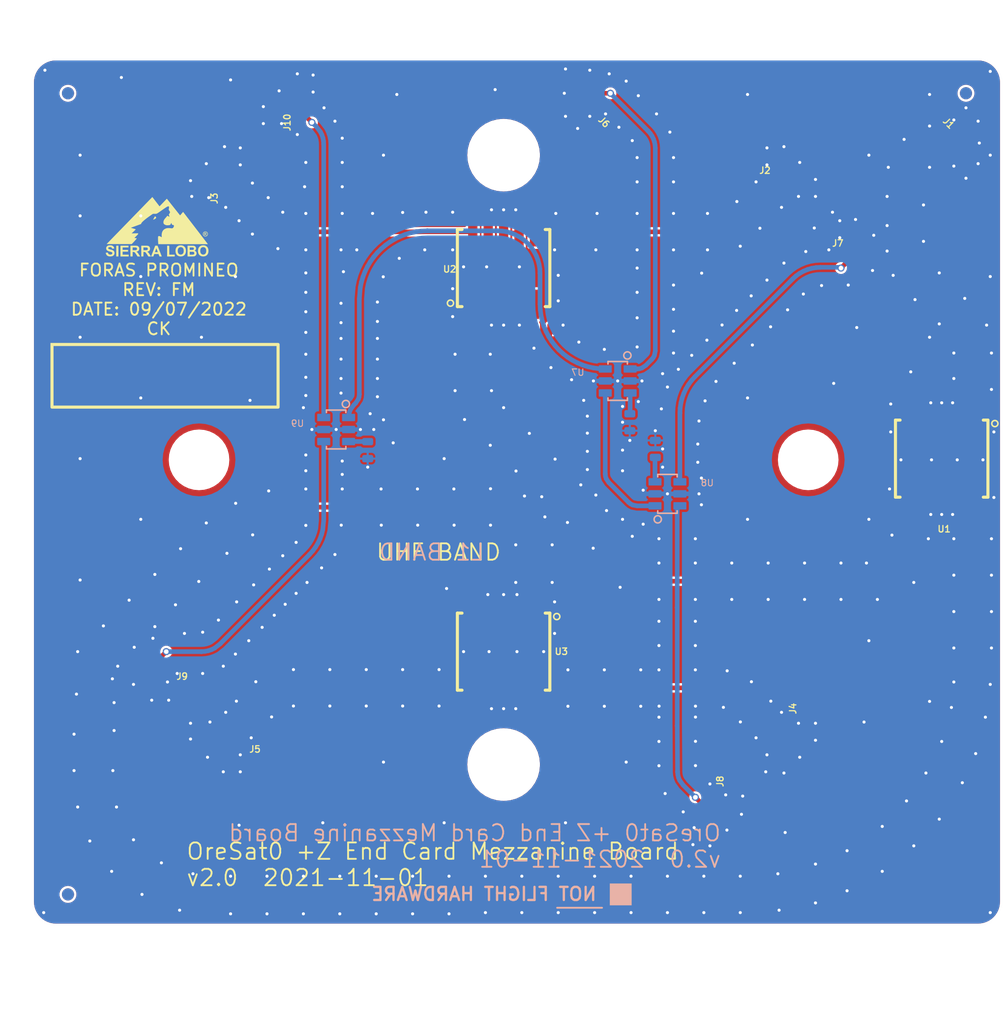
<source format=kicad_pcb>
(kicad_pcb (version 20211014) (generator pcbnew)
  (layers (0 "F.Cu" signal) (1 "In1.Cu" signal) (2 "In2.Cu" signal) (31 "B.Cu" signal) (34 "B.Paste" user) (35 "F.Paste" user) (36 "B.SilkS" user "B.Silkscreen") (37 "F.SilkS" user "F.Silkscreen") (38 "B.Mask" user) (39 "F.Mask" user) (44 "Edge.Cuts" user))
  (net 0 "")
  (net 1 "GND")
  (net 8 "/UHF/UHF")
  (net 9 "/UHF/UHF_0")
  (net 10 "/UHF/UHF_90")
  (net 11 "/UHF/UHF_270")
  (net 12 "/UHF/UHF_180")
  (net 13 "/L1 BAND/L1BAND")
  (net 14 "/L1 BAND/L1BAND_0")
  (net 15 "/L1 BAND/L1BAND_90")
  (net 16 "/L1 BAND/L1BAND_180")
  (net 17 "/L1 BAND/L1BAND_270")
  (net 18 "Net-(R1-Pad2)")
  (net 19 "Net-(R2-Pad2)")
  (net 20 "Net-(R3-Pad2)")
  (net 21 "Net-(R4-Pad2)")
  (net 22 "Net-(R5-Pad2)")
  (net 23 "Net-(R6-Pad2)")
  (net 24 "/UHF/UHF-SHORT")
  (net 25 "/UHF/UHF-SHORT+1{slash}4WAVE")
  (net 26 "/L1 BAND/L1BAND-SHORT")
  (net 27 "/L1 BAND/L1BAND-SHORT+1{slash}4WAVE")
  (footprint "Foras_Promineo_Github_Local:R107064070_SOLDER" (layer "F.Cu") (at 129.706128 72.649875 45)
    (fp_text reference "J10")
    (fp_text value "R107064070" hide)
  )
  (footprint "Foras_Promineo_Github_Local:R107064070_SOLDER" (layer "F.Cu") (at 185.5011 76.2536 -90)
    (fp_text reference "J1")
    (fp_text value "R107064070" hide)
  )
  (footprint "Foras_Promineo_Github_Local:Sierra_Lobo_Logo" (layer "F.Cu") (at 118.84 83.15)
    (fp_text reference "G***" hide)
    (fp_text value "LOGO" hide)
  )
  (footprint "plusz-end-card-with-turnstile-mezzanine:.0603-C-NOSILK" (layer "F.Cu") (at 150.6011 91.5536 180)
    (fp_text reference "R2")
    (fp_text value "50")
  )
  (footprint "plusz-end-card-with-turnstile-mezzanine:FIDUCIAL-1.0X2.0" (layer "F.Cu") (at 111.5011 72.1536)
    (fp_text reference "FIDUCIAL3" hide)
    (fp_text value "FIDUCIAL-1.0X2.0" hide)
  )
  (footprint "Foras_Promineo_Github_Local:R107064070_SOLDER" (layer "F.Cu") (at 171.1011 78.6536 -45)
    (fp_text reference "J2")
    (fp_text value "R107064070" hide)
  )
  (footprint "plusz-end-card-with-turnstile-mezzanine:FIDUCIAL-1.0X2.0" (layer "F.Cu") (at 111.5011 138.1536)
    (fp_text reference "FIDUCIAL2" hide)
    (fp_text value "FIDUCIAL-1.0X2.0" hide)
  )
  (footprint "Foras_Promineo_Github_Local:R107064070_SOLDER" (layer "F.Cu") (at 153.5011 72.1536 90)
    (fp_text reference "J6")
    (fp_text value "R107064070" hide)
  )
  (footprint "Foras_Promineo_Github_Local:R107064070_SOLDER" (layer "F.Cu") (at 123.7011 78.6536 45)
    (fp_text reference "J3")
    (fp_text value "R107064070" hide)
  )
  (footprint "plusz-end-card-with-turnstile-mezzanine:QBA-07+" (layer "F.Cu") (at 183.5011 102.2536 180)
    (fp_text reference "U1")
    (fp_text value "QBA-07+" hide)
  )
  (footprint "plusz-end-card-with-turnstile-mezzanine:QBA-07+" (layer "F.Cu") (at 147.4011 86.5536)
    (fp_text reference "U2")
    (fp_text value "QBA-07+" hide)
  )
  (footprint "Foras_Promineo_Github_Local:R107064070_SOLDER" (layer "F.Cu") (at 117.7011 120.0536 135)
    (fp_text reference "J9")
    (fp_text value "R107064070" hide)
  )
  (footprint "plusz-end-card-with-turnstile-mezzanine:FIDUCIAL-1.0X2.0" (layer "F.Cu") (at 185.5011 72.1536)
    (fp_text reference "FIDUCIAL4" hide)
    (fp_text value "FIDUCIAL-1.0X2.0" hide)
  )
  (footprint "Foras_Promineo_Github_Local:R107064070_SOLDER" (layer "F.Cu") (at 123.7011 126.0536 135)
    (fp_text reference "J5")
    (fp_text value "R107064070" hide)
  )
  (footprint "Foras_Promineo_Github_Local:R107064070_SOLDER" (layer "F.Cu") (at 177.1011 84.6536 -45)
    (fp_text reference "J7")
    (fp_text value "R107064070" hide)
  )
  (footprint "plusz-end-card-with-turnstile-mezzanine:QBA-07+" (layer "F.Cu") (at 147.4011 118.1536 180)
    (fp_text reference "U3")
    (fp_text value "QBA-07+" hide)
  )
  (footprint "plusz-end-card-with-turnstile-mezzanine:.0603-C-NOSILK" (layer "F.Cu") (at 180.9511 96.5936 -90)
    (fp_text reference "R1")
    (fp_text value "50")
  )
  (footprint "Foras_Promineo_Github_Local:R107064070_SOLDER" (layer "F.Cu") (at 171.1011 126.0536 -135)
    (fp_text reference "J4")
    (fp_text value "R107064070" hide)
  )
  (footprint "plusz-end-card-with-turnstile-mezzanine:.0603-C-NOSILK" (layer "F.Cu") (at 144.2011 112.9536)
    (fp_text reference "R3")
    (fp_text value "50")
  )
  (footprint "Foras_Promineo_Github_Local:R107064070_SOLDER" (layer "F.Cu") (at 165.1011 132.0536 -135)
    (fp_text reference "J8")
    (fp_text value "R107064070" hide)
  )
  (footprint "plusz-end-card-with-turnstile-mezzanine:FLIGHTMARKER_NEW_BOARDS" (layer "B.Cu") (at 157.7011 138.7536 180)
    (fp_text reference "U$1" hide)
    (fp_text value "FLIGHMARKERNEW" hide)
  )
  (footprint "plusz-end-card-with-turnstile-mezzanine:.0603-C-NOSILK" (layer "B.Cu") (at 136.2011 101.5536 90)
    (fp_text reference "R6")
    (fp_text value "50")
  )
  (footprint "plusz-end-card-with-turnstile-mezzanine:FIDUCIAL-1.0X2.0" (layer "B.Cu") (at 111.5011 72.1536 180)
    (fp_text reference "FIDUCIAL6" hide)
    (fp_text value "FIDUCIAL-1.0X2.0" hide)
  )
  (footprint "plusz-end-card-with-turnstile-mezzanine:QCN-XXX+" (layer "B.Cu") (at 133.6011 99.8536 -90)
    (fp_text reference "U9")
    (fp_text value "QCN-19+")
  )
  (footprint "plusz-end-card-with-turnstile-mezzanine:QCN-XXX+" (layer "B.Cu") (at 156.8011 95.8536 -90)
    (fp_text reference "U7")
    (fp_text value "QCN-19+")
  )
  (footprint "plusz-end-card-with-turnstile-mezzanine:FIDUCIAL-1.0X2.0" (layer "B.Cu") (at 111.5011 138.1536 180)
    (fp_text reference "FIDUCIAL1" hide)
    (fp_text value "FIDUCIAL-1.0X2.0" hide)
  )
  (footprint "plusz-end-card-with-turnstile-mezzanine:.0603-C-NOSILK" (layer "B.Cu") (at 157.8011 99.2536 90)
    (fp_text reference "R4")
    (fp_text value "50")
  )
  (footprint "plusz-end-card-with-turnstile-mezzanine:QCN-XXX+" (layer "B.Cu") (at 160.9011 105.1536 90)
    (fp_text reference "U8")
    (fp_text value "QCN-19+")
  )
  (footprint "plusz-end-card-with-turnstile-mezzanine:FIDUCIAL-1.0X2.0" (layer "B.Cu") (at 185.5011 72.1536 180)
    (fp_text reference "FIDUCIAL7" hide)
    (fp_text value "FIDUCIAL-1.0X2.0" hide)
  )
  (footprint "plusz-end-card-with-turnstile-mezzanine:.0603-C-NOSILK" (layer "B.Cu") (at 159.9011 101.4536 -90)
    (fp_text reference "R5")
    (fp_text value "50")
  )
  (gr_rect (start 110.185008 92.85) (end 128.814993 98.009984) (layer "F.SilkS") (width 0.254) (fill none))
  (gr_arc (start 108.5011 71.2536) (mid 109.086886 69.839386) (end 110.5011 69.2536) (layer "Edge.Cuts") (width 0.001))
  (gr_arc (start 186.5011 69.2536) (mid 187.915314 69.839386) (end 188.5011 71.2536) (layer "Edge.Cuts") (width 0.001))
  (gr_arc (start 188.5011 138.7536) (mid 187.915314 140.167814) (end 186.5011 140.7536) (layer "Edge.Cuts") (width 0.001))
  (gr_line (start 108.5011 138.7536) (end 108.5011 71.2536) (layer "Edge.Cuts") (width 0.001))
  (gr_arc (start 110.5011 140.7536) (mid 109.086886 140.167814) (end 108.5011 138.7536) (layer "Edge.Cuts") (width 0.001))
  (gr_line (start 188.5011 71.2536) (end 188.5011 138.7536) (layer "Edge.Cuts") (width 0.001))
  (gr_line (start 186.5011 140.7536) (end 110.5011 140.7536) (layer "Edge.Cuts") (width 0.001))
  (gr_line (start 110.5011 69.2536) (end 186.5011 69.2536) (layer "Edge.Cuts") (width 0.001))
  (gr_text "L1 BAND" (at 145.9011 110.7536) (layer "B.SilkS") (effects (font (size 1.35 1.35)) (justify left bottom mirror)))
  (gr_text "OreSat0 +Z End Card Mezzanine Board\nv2.0  2021-11-01" (at 165.4011 136.0536) (layer "B.SilkS") (effects (font (size 1.35 1.35)) (justify left bottom mirror)))
  (gr_text "OreSat0 +Z End Card Mezzanine Board\nv2.0  2021-11-01" (at 121.18 137.57) (layer "F.SilkS") (effects (font (size 1.35 1.35)) (justify left bottom)))
  (gr_text "UHF BAND" (at 136.8011 110.7536) (layer "F.SilkS") (effects (font (size 1.35 1.35)) (justify left bottom)))
  (gr_text "FORAS PROMINEO\nREV: FM\nDATE: 09/07/2022\nCK" (at 118.99 89.14) (layer "F.SilkS") (effects (font (size 1 1))))
  (segment (start 146.1311 82.0236) (end 146.4011 81.7536) (width 0.25) (layer "F.Cu") (net 1))
  (segment (start 148.6711 121.1386) (end 148.6711 119.5236) (width 0.25) (layer "F.Cu") (net 1))
  (segment (start 148.6711 83.5686) (end 148.6711 82.0236) (width 0.25) (layer "F.Cu") (net 1))
  (segment (start 148.6711 119.5236) (end 148.3011 119.1536) (width 0.25) (layer "F.Cu") (net 1))
  (segment (start 148.6711 84.9836) (end 148.3011 85.3536) (width 0.25) (layer "F.Cu") (net 1))
  (segment (start 146.1311 121.1386) (end 146.1311 119.5236) (width 0.25) (layer "F.Cu") (net 1))
  (segment (start 148.6711 116.5836) (end 148.4011 116.8536) (width 0.25) (layer "F.Cu") (net 1))
  (segment (start 148.6711 122.5836) (end 148.4011 122.8536) (width 0.25) (layer "F.Cu") (net 1))
  (segment (start 146.1311 90.9836) (end 146.4011 91.2536) (width 0.25) (layer "F.Cu") (net 1))
  (segment (start 148.6711 113.5236) (end 148.3011 113.1536) (width 0.25) (layer "F.Cu") (net 1))
  (segment (start 146.1311 83.5686) (end 146.1311 85.0836) (width 0.25) (layer "F.Cu") (net 1))
  (segment (start 146.1311 121.1386) (end 146.1311 122.5836) (width 0.25) (layer "F.Cu") (net 1))
  (segment (start 146.1311 89.5386) (end 146.1311 88.1236) (width 0.25) (layer "F.Cu") (net 1))
  (segment (start 148.6711 82.0236) (end 148.4011 81.7536) (width 0.25) (layer "F.Cu") (net 1))
  (segment (start 146.1311 85.0836) (end 146.3011 85.2536) (width 0.25) (layer "F.Cu") (net 1))
  (segment (start 148.6711 83.5686) (end 148.6711 84.9836) (width 0.25) (layer "F.Cu") (net 1))
  (segment (start 148.6711 121.1386) (end 148.6711 122.5836) (width 0.25) (layer "F.Cu") (net 1))
  (segment (start 146.1311 119.5236) (end 146.3011 119.3536) (width 0.25) (layer "F.Cu") (net 1))
  (segment (start 146.1311 89.5386) (end 146.1311 90.9836) (width 0.25) (layer "F.Cu") (net 1))
  (segment (start 146.1311 83.5686) (end 146.1311 82.0236) (width 0.25) (layer "F.Cu") (net 1))
  (segment (start 146.1311 122.5836) (end 146.4011 122.8536) (width 0.25) (layer "F.Cu") (net 1))
  (segment (start 146.1311 88.1236) (end 146.3011 87.9536) (width 0.25) (layer "F.Cu") (net 1))
  (segment (start 148.6711 115.1686) (end 148.6711 116.5836) (width 0.25) (layer "F.Cu") (net 1))
  (segment (start 148.6711 115.1686) (end 148.6711 113.5236) (width 0.25) (layer "F.Cu") (net 1))
  (via (at 181.3011 89.1536) (size 0.4572) (drill 0.254) (layers "F.Cu" "B.Cu") (net 1))
  (via (at 134.0011 95.6536) (size 0.4572) (drill 0.254) (layers "F.Cu" "B.Cu") (net 1))
  (via (at 159.9011 99.9536) (size 0.4572) (drill 0.254) (layers "F.Cu" "B.Cu") (net 1))
  (via (at 180.9511 95.1036) (size 0.4572) (drill 0.254) (layers "F.Cu" "B.Cu") (net 1))
  (via (at 179.3011 100.0536) (size 0.4572) (drill 0.254) (layers "F.Cu" "B.Cu") (net 1))
  (via (at 160.2111 122.6436) (size 0.4572) (drill 0.254) (layers "F.Cu" "B.Cu") (net 1))
  (via (at 115.1011 136.2536) (size 0.4572) (drill 0.254) (layers "F.Cu" "B.Cu") (net 1))
  (via (at 187.6011 108.8536) (size 0.4572) (drill 0.254) (layers "F.Cu" "B.Cu") (net 1))
  (via (at 167.9011 92.8936) (size 0.4572) (drill 0.254) (layers "F.Cu" "B.Cu") (net 1))
  (via (at 139.0811 119.6336) (size 0.4572) (drill 0.254) (layers "F.Cu" "B.Cu") (net 1))
  (via (at 175.2011 110.8536) (size 0.4572) (drill 0.254) (layers "F.Cu" "B.Cu") (net 1))
  (via (at 116.9011 120.8536) (size 0.4572) (drill 0.254) (layers "F.Cu" "B.Cu") (net 1))
  (via (at 142.9011 136.6536) (size 0.4572) (drill 0.254) (layers "F.Cu" "B.Cu") (net 1))
  (via (at 182.6011 97.6536) (size 0.4572) (drill 0.254) (layers "F.Cu" "B.Cu") (net 1))
  (via (at 142.0811 122.6336) (size 0.4572) (drill 0.254) (layers "F.Cu" "B.Cu") (net 1))
  (via (at 123.1011 80.7536) (size 0.4572) (drill 0.254) (layers "F.Cu" "B.Cu") (net 1))
  (via (at 154.3011 101.6536) (size 0.4572) (drill 0.254) (layers "F.Cu" "B.Cu") (net 1))
  (via (at 119.2011 135.5536) (size 0.4572) (drill 0.254) (layers "F.Cu" "B.Cu") (net 1))
  (via (at 127.6011 73.2536) (size 0.4572) (drill 0.254) (layers "F.Cu" "B.Cu") (net 1))
  (via (at 167.8011 88.8436) (size 0.4572) (drill 0.254) (layers "F.Cu" "B.Cu") (net 1))
  (via (at 180.4011 75.9536) (size 0.4572) (drill 0.254) (layers "F.Cu" "B.Cu") (net 1))
  (via (at 158.0011 108.6536) (size 0.4572) (drill 0.254) (layers "F.Cu" "B.Cu") (net 1))
  (via (at 144.1811 99.0336) (size 0.4572) (drill 0.254) (layers "F.Cu" "B.Cu") (net 1))
  (via (at 146.0011 86.4536) (size 0.4572) (drill 0.254) (layers "F.Cu" "B.Cu") (net 1))
  (via (at 124.3011 128.0536) (size 0.4572) (drill 0.254) (layers "F.Cu" "B.Cu") (net 1))
  (via (at 166.4011 94.3936) (size 0.4572) (drill 0.254) (layers "F.Cu" "B.Cu") (net 1))
  (via (at 114.4211 116.0336) (size 0.4572) (drill 0.254) (layers "F.Cu" "B.Cu") (net 1))
  (via (at 134.1011 103.5536) (size 0.4572) (drill 0.254) (layers "F.Cu" "B.Cu") (net 1))
  (via (at 157.5011 127.2536) (size 0.4572) (drill 0.254) (layers "F.Cu" "B.Cu") (net 1))
  (via (at 129.2011 81.9536) (size 0.4572) (drill 0.254) (layers "F.Cu" "B.Cu") (net 1))
  (via (at 166.2011 110.8536) (size 0.4572) (drill 0.254) (layers "F.Cu" "B.Cu") (net 1))
  (via (at 132.5011 132.2536) (size 0.4572) (drill 0.254) (layers "F.Cu" "B.Cu") (net 1))
  (via (at 131.1011 101.9536) (size 0.4572) (drill 0.254) (layers "F.Cu" "B.Cu") (net 1))
  (via (at 160.2011 119.6536) (size 0.4572) (drill 0.254) (layers "F.Cu" "B.Cu") (net 1))
  (via (at 133.5011 74.4536) (size 0.4572) (drill 0.254) (layers "F.Cu" "B.Cu") (net 1))
  (via (at 125.7011 128.0536) (size 0.4572) (drill 0.254) (layers "F.Cu" "B.Cu") (net 1))
  (via (at 148.9011 136.6536) (size 0.4572) (drill 0.254) (layers "F.Cu" "B.Cu") (net 1))
  (via (at 128.8011 84.9536) (size 0.4572) (drill 0.254) (layers "F.Cu" "B.Cu") (net 1))
  (via (at 126.8011 112.6536) (size 0.4572) (drill 0.254) (layers "F.Cu" "B.Cu") (net 1))
  (via (at 127.6011 74.6536) (size 0.4572) (drill 0.254) (layers "F.Cu" "B.Cu") (net 1))
  (via (at 162.2011 131.3536) (size 0.4572) (drill 0.254) (layers "F.Cu" "B.Cu") (net 1))
  (via (at 128.0011 80.7536) (size 0.4572) (drill 0.254) (layers "F.Cu" "B.Cu") (net 1))
  (via (at 178.6011 136.2536) (size 0.4572) (drill 0.254) (layers "F.Cu" "B.Cu") (net 1))
  (via (at 136.6011 82.0536) (size 0.4572) (drill 0.254) (layers "F.Cu" "B.Cu") (net 1))
  (via (at 157.9011 136.6536) (size 0.4572) (drill 0.254) (layers "F.Cu" "B.Cu") (net 1))
  (via (at 184.4011 106.8536) (size 0.4572) (drill 0.254) (layers "F.Cu" "B.Cu") (net 1))
  (via (at 151.4011 109.3536) (size 0.4572) (drill 0.254) (layers "F.Cu" "B.Cu") (net 1))
  (via (at 160.2011 110.8536) (size 0.4572) (drill 0.254) (layers "F.Cu" "B.Cu") (net 1))
  (via (at 170.5011 76.5536) (size 0.4572) (drill 0.254) (layers "F.Cu" "B.Cu") (net 1))
  (via (at 187.5011 87.2536) (size 0.4572) (drill 0.254) (layers "F.Cu" "B.Cu") (net 1))
  (via (at 156.1011 70.5536) (size 0.4572) (drill 0.254) (layers "F.Cu" "B.Cu") (net 1))
  (via (at 120.3611 114.2936) (size 0.4572) (drill 0.254) (layers "F.Cu" "B.Cu") (net 1))
  (via (at 112.0011 127.9536) (size 0.4572) (drill 0.254) (layers "F.Cu" "B.Cu") (net 1))
  (via (at 166.6211 81.0736) (size 0.4572) (drill 0.254) (layers "F.Cu" "B.Cu") (net 1))
  (via (at 161.4011 79.4536) (size 0.4572) (drill 0.254) (layers "F.Cu" "B.Cu") (net 1))
  (via (at 140.3011 104.7536) (size 0.4572) (drill 0.254) (layers "F.Cu" "B.Cu") (net 1))
  (via (at 130.9011 98.0536) (size 0.4572) (drill 0.254) (layers "F.Cu" "B.Cu") (net 1))
  (via (at 136.0811 119.6336) (size 0.4572) (drill 0.254) (layers "F.Cu" "B.Cu") (net 1))
  (via (at 130.4011 70.5536) (size 0.4572) (drill 0.254) (layers "F.Cu" "B.Cu") (net 1))
  (via (at 128.1011 111.3536) (size 0.4572) (drill 0.254) (layers "F.Cu" "B.Cu") (net 1))
  (via (at 150.7011 118.1536) (size 0.4572) (drill 0.254) (layers "F.Cu" "B.Cu") (net 1))
  (via (at 183.3011 131.9536) (size 0.4572) (drill 0.254) (layers "F.Cu" "B.Cu") (net 1))
  (via (at 163.2111 127.5436) (size 0.4572) (drill 0.254) (layers "F.Cu" "B.Cu") (net 1))
  (via (at 184.5011 111.8536) (size 0.4572) (drill 0.254) (layers "F.Cu" "B.Cu") (net 1))
  (via (at 147.4011 98.0536) (size 0.4572) (drill 0.254) (layers "F.Cu" "B.Cu") (net 1))
  (via (at 182.2011 128.1536) (size 0.4572) (drill 0.254) (layers "F.Cu" "B.Cu") (net 1))
  (via (at 145.9011 136.6536) (size 0.4572) (drill 0.254) (layers "F.Cu" "B.Cu") (net 1))
  (via (at 130.3011 113.3536) (size 0.4572) (drill 0.254) (layers "F.Cu" "B.Cu") (net 1))
  (via (at 135.3011 85.0536) (size 0.4572) (drill 0.254) (layers "F.Cu" "B.Cu") (net 1))
  (via (at 171.8011 77.8536) (size 0.4572) (drill 0.254) (layers "F.Cu" "B.Cu") (net 1))
  (via (at 158.4011 82.0536) (size 0.4572) (drill 0.254) (layers "F.Cu" "B.Cu") (net 1))
  (via (at 130.0811 122.6336) (size 0.4572) (drill 0.254) (layers "F.Cu" "B.Cu") (net 1))
  (via (at 137.5011 77.2536) (size 0.4572) (drill 0.254) (layers "F.Cu" "B.Cu") (net 1))
  (via (at 161.4011 91.7536) (size 0.4572) (drill 0.254) (layers "F.Cu" "B.Cu") (net 1))
  (via (at 152.7011 119.6536) (size 0.4572) (drill 0.254) (layers "F.Cu" "B.Cu") (net 1))
  (via (at 137.5011 99.0536) (size 0.4572) (drill 0.254) (layers "F.Cu" "B.Cu") (net 1))
  (via (at 171.8011 126.8536) (size 0.4572) (drill 0.254) (layers "F.Cu" "B.Cu") (net 1))
  (via (at 163.2011 113.8536) (size 0.4572) (drill 0.254) (layers "F.Cu" "B.Cu") (net 1))
  (via (at 179.5011 87.1536) (size 0.4572) (drill 0.254) (layers "F.Cu" "B.Cu") (net 1))
  (via (at 172.2011 113.8536) (size 0.4572) (drill 0.254) (layers "F.Cu" "B.Cu") (net 1))
  (via (at 156.8011 95.8536) (size 0.4572) (drill 0.254) (layers "F.Cu" "B.Cu") (net 1))
  (via (at 184.5011 117.8536) (size 0.4572) (drill 0.254) (layers "F.Cu" "B.Cu") (net 1))
  (via (at 180.6011 130.4536) (size 0.4572) (drill 0.254) (layers "F.Cu" "B.Cu") (net 1))
  (via (at 125.7011 78.0536) (size 0.4572) (drill 0.254) (layers "F.Cu" "B.Cu") (net 1))
  (via (at 162.9011 93.7436) (size 0.4572) (drill 0.254) (layers "F.Cu" "B.Cu") (net 1))
  (via (at 117.5011 97.2536) (size 0.4572) (drill 0.254) (layers "F.Cu" "B.Cu") (net 1))
  (via (at 154.3011 100.1536) (size 0.4572) (drill 0.254) (layers "F.Cu" "B.Cu") (net 1))
  (via (at 146.1011 113.4536) (size 0.4572) (drill 0.254) (layers "F.Cu" "B.Cu") (net 1))
  (via (at 158.0011 76.0536) (size 0.4572) (drill 0.254) (layers "F.Cu" "B.Cu") (net 1))
  (via (at 152.5011 132.2536) (size 0.4572) (drill 0.254) (layers "F.Cu" "B.Cu") (net 1))
  (via (at 143.2011 85.0536) (size 0.4572) (drill 0.254) (layers "F.Cu" "B.Cu") (net 1))
  (via (at 136.7011 99.8536) (size 0.4572) (drill 0.254) (layers "F.Cu" "B.Cu") (net 1))
  (via (at 126.5011 97.4536) (size 0.4572) (drill 0.254) (layers "F.Cu" "B.Cu") (net 1))
  (via (at 169.2011 113.8536) (size 0.4572) (drill 0.254) (layers "F.Cu" "B.Cu") (net 1))
  (via (at 136.2011 102.9536) (size 0.4572) (drill 0.254) (layers "F.Cu" "B.Cu") (net 1))
  (via (at 182.0011 81.3536) (size 0.4572) (drill 0.254) (layers "F.Cu" "B.Cu") (net 1))
  (via (at 163.2011 117.6536) (size 0.4572) (drill 0.254) (layers "F.Cu" "B.Cu") (net 1))
  (via (at 146.3211 104.7336) (size 0.4572) (drill 0.254) (layers "F.Cu" "B.Cu") (net 1))
  (via (at 134.0011 92.3536) (size 0.4572) (drill 0.254) (layers "F.Cu" "B.Cu") (net 1))
  (via (at 166.9011 84.7536) (size 0.4572) (drill 0.254) (layers "F.Cu" "B.Cu") (net 1))
  (via (at 136.0811 122.6336) (size 0.4572) (drill 0.254) (layers "F.Cu" "B.Cu") (net 1))
  (via (at 187.8011 100.0536) (size 0.4572) (drill 0.254) (layers "F.Cu" "B.Cu") (net 1))
  (via (at 137.0011 97.1536) (size 0.4572) (drill 0.254) (layers "F.Cu" "B.Cu") (net 1))
  (via (at 161.4011 89.9536) (size 0.4572) (drill 0.254) (layers "F.Cu" "B.Cu") (net 1))
  (via (at 158.7011 122.6536) (size 0.4572) (drill 0.254) (layers "F.Cu" "B.Cu") (net 1))
  (via (at 125.4011 114.0536) (size 0.4572) (drill 0.254) (layers "F.Cu" "B.Cu") (net 1))
  (via (at 174.2011 85.0536) (size 0.4572) (drill 0.254) (layers "F.Cu" "B.Cu") (net 1))
  (via (at 153.7611 104.4136) (size 0.4572) (drill 0.254) (layers "F.Cu" "B.Cu") (net 1))
  (via (at 170.8011 89.9936) (size 0.4572) (drill 0.254) (layers "F.Cu" "B.Cu") (net 1))
  (via (at 163.4011 102.5536) (size 0.4572) (drill 0.254) (layers "F.Cu" "B.Cu") (net 1))
  (via (at 146.7011 71.8536) (size 0.4572) (drill 0.254) (layers "F.Cu" "B.Cu") (net 1))
  (via (at 137.4811 87.2736) (size 0.4572) (drill 0.254) (layers "F.Cu" "B.Cu") (net 1))
  (via (at 144.1011 86.4536) (size 0.4572) (drill 0.254) (layers "F.Cu" "B.Cu") (net 1))
  (via (at 151.9011 136.6536) (size 0.4572) (drill 0.254) (layers "F.Cu" "B.Cu") (net 1))
  (via (at 163.5011 99.1536) (size 0.4572) (drill 0.254) (layers "F.Cu" "B.Cu") (net 1))
  (via (at 177.3011 110.8536) (size 0.4572) (drill 0.254) (layers "F.Cu" "B.Cu") (net 1))
  (via (at 148.4011 81.7536) (size 0.4572) (drill 0.254) (layers "F.Cu" "B.Cu") (net 1))
  (via (at 137.5011 127.2536) (size 0.4572) (drill 0.254) (layers "F.Cu" "B.Cu") (net 1))
  (via (at 186.6011 76.2536) (size 0.4572) (drill 0.254) (layers "F.Cu" "B.Cu") (net 1))
  (via (at 169.1011 76.6536) (size 0.4572) (drill 0.254) (layers "F.Cu" "B.Cu") (net 1))
  (via (at 144.1011 118.1536) (size 0.4572) (drill 0.254) (layers "F.Cu" "B.Cu") (net 1))
  (via (at 184.5011 114.8536) (size 0.4572) (drill 0.254) (layers "F.Cu" "B.Cu") (net 1))
  (via (at 151.6011 116.6536) (size 0.4572) (drill 0.254) (layers "F.Cu" "B.Cu") (net 1))
  (via (at 160.0011 73.8536) (size 0.4572) (drill 0.254) (layers "F.Cu" "B.Cu") (net 1))
  (via (at 158.4011 86.5536) (size 0.4572) (drill 0.254) (layers "F.Cu" "B.Cu") (net 1))
  (via (at 187.6011 114.8536) (size 0.4572) (drill 0.254) (layers "F.Cu" "B.Cu") (net 1))
  (via (at 167.5011 72.2536) (size 0.4572) (drill 0.254) (layers "F.Cu" "B.Cu") (net 1))
  (via (at 126.6011 125.2536) (size 0.4572) (drill 0.254) (layers "F.Cu" "B.Cu") (net 1))
  (via (at 160.2011 115.6536) (size 0.4572) (drill 0.254) (layers "F.Cu" "B.Cu") (net 1))
  (via (at 112.5011 112.2536) (size 0.4572) (drill 0.254) (layers "F.Cu" "B.Cu") (net 1))
  (via (at 173.1011 138.8536) (size 0.4572) (drill 0.254) (layers "F.Cu" "B.Cu") (net 1))
  (via (at 160.9011 139.6536) (size 0.4572) (drill 0.254) (layers "F.Cu" "B.Cu") (net 1))
  (via (at 125.7011 126.6536) (size 0.4572) (drill 0.254) (layers "F.Cu" "B.Cu") (net 1))
  (via (at 184.4011 97.6536) (size 0.4572) (drill 0.254) (layers "F.Cu" "B.Cu") (net 1))
  (via (at 134.1011 77.8536) (size 0.4572) (drill 0.254) (layers "F.Cu" "B.Cu") (net 1))
  (via (at 143.4011 96.6536) (size 0.4572) (drill 0.254) (layers "F.Cu" "B.Cu") (net 1))
  (via (at 160.2011 117.6536) (size 0.4572) (drill 0.254) (layers "F.Cu" "B.Cu") (net 1))
  (via (at 130.4011 75.5536) (size 0.4572) (drill 0.254) (layers "F.Cu" "B.Cu") (net 1))
  (via (at 186.3011 126.5536) (size 0.4572) (drill 0.254) (layers "F.Cu" "B.Cu") (net 1))
  (via (at 160.9011 105.1536) (size 0.4572) (drill 0.254) (layers "F.Cu" "B.Cu") (net 1))
  (via (at 168.5211 83.2736) (size 0.4572) (drill 0.254) (layers "F.Cu" "B.Cu") (net 1))
  (via (at 157.0011 112.8536) (size 0.4572) (drill 0.254) (layers "F.Cu" "B.Cu") (net 1))
  (via (at 115.1611 120.3936) (size 0.4572) (drill 0.254) (layers "F.Cu" "B.Cu") (net 1))
  (via (at 166.9011 139.6536) (size 0.4572) (drill 0.254) (layers "F.Cu" "B.Cu") (net 1))
  (via (at 164.4011 134.1536) (size 0.4572) (drill 0.254) (layers "F.Cu" "B.Cu") (net 1))
  (via (at 116.9011 133.6536) (size 0.4572) (drill 0.254) (layers "F.Cu" "B.Cu") (net 1))
  (via (at 179.1011 78.2536) (size 0.4572) (drill 0.254) (layers "F.Cu" "B.Cu") (net 1))
  (via (at 132.4011 111.2536) (size 0.4572) (drill 0.254) (layers "F.Cu" "B.Cu") (net 1))
  (via (at 163.2011 110.8536) (size 0.4572) (drill 0.254) (layers "F.Cu" "B.Cu") (net 1))
  (via (at 109.5011 139.6536) (size 0.4572) (drill 0.254) (layers "F.Cu" "B.Cu") (net 1))
  (via (at 152.3011 91.2536) (size 0.4572) (drill 0.254) (layers "F.Cu" "B.Cu") (net 1))
  (via (at 175.8011 87.9536) (size 0.4572) (drill 0.254) (layers "F.Cu" "B.Cu") (net 1))
  (via (at 116.9611 117.7936) (size 0.4572) (drill 0.254) (layers "F.Cu" "B.Cu") (net 1))
  (via (at 153.5011 75.0536) (size 0.4572) (drill 0.254) (layers "F.Cu" "B.Cu") (net 1))
  (via (at 154.3011 103.1536) (size 0.4572) (drill 0.254) (layers "F.Cu" "B.Cu") (net 1))
  (via (at 160.9011 96.3536) (size 0.4572) (drill 0.254) (layers "F.Cu" "B.Cu") (net 1))
  (via (at 173.1011 79.2536) (size 0.4572) (drill 0.254) (layers "F.Cu" "B.Cu") (net 1))
  (via (at 113.3011 133.7536) (size 0.4572) (drill 0.254) (layers "F.Cu" "B.Cu") (net 1))
  (via (at 154.3011 98.7536) (size 0.4572) (drill 0.254) (layers "F.Cu" "B.Cu") (net 1))
  (via (at 121.8011 136.4536) (size 0.4572) (drill 0.254) (layers "F.Cu" "B.Cu") (net 1))
  (via (at 143.3011 104.7536) (size 0.4572) (drill 0.254) (layers "F.Cu" "B.Cu") (net 1))
  (via (at 161.4011 77.4536) (size 0.4572) (drill 0.254) (layers "F.Cu" "B.Cu") (net 1))
  (via (at 161.4011 93.5536) (size 0.4572) (drill 0.254) (layers "F.Cu" "B.Cu") (net 1))
  (via (at 179.0011 83.0536) (size 0.4572) (drill 0.254) (layers "F.Cu" "B.Cu") (net 1))
  (via (at 160.2011 123.5536) (size 0.4572) (drill 0.254) (layers "F.Cu" "B.Cu") (net 1))
  (via (at 125.3811 122.2336) (size 0.4572) (drill 0.254) (layers "F.Cu" "B.Cu") (net 1))
  (via (at 169.4211 122.2336) (size 0.4572) (drill 0.254) (layers "F.Cu" "B.Cu") (net 1))
  (via (at 158.4011 88.5536) (size 0.4572) (drill 0.254) (layers "F.Cu" "B.Cu") (net 1))
  (via (at 158.4011 85.0536) (size 0.4572) (drill 0.254) (layers "F.Cu" "B.Cu") (net 1))
  (via (at 158.9011 107.6536) (size 0.4572) (drill 0.254) (layers "F.Cu" "B.Cu") (net 1))
  (via (at 157.2011 97.9536) (size 0.4572) (drill 0.254) (layers "F.Cu" "B.Cu") (net 1))
  (via (at 163.2111 123.5436) (size 0.4572) (drill 0.254) (layers "F.Cu" "B.Cu") (net 1))
  (via (at 131.7011 72.0536) (size 0.4572) (drill 0.254) (layers "F.Cu" "B.Cu") (net 1))
  (via (at 146.3211 107.7336) (size 0.4572) (drill 0.254) (layers "F.Cu" "B.Cu") (net 1))
  (via (at 141.0011 81.9536) (size 0.4572) (drill 0.254) (layers "F.Cu" "B.Cu") (net 1))
  (via (at 142.5011 102.2536) (size 0.4572) (drill 0.254) (layers "F.Cu" "B.Cu") (net 1))
  (via (at 158.5011 97.5536) (size 0.4572) (drill 0.254) (layers "F.Cu" "B.Cu") (net 1))
  (via (at 157.8011 100.7536) (size 0.4572) (drill 0.254) (layers "F.Cu" "B.Cu") (net 1))
  (via (at 131.1011 97.0536) (size 0.4572) (drill 0.254) (layers "F.Cu" "B.Cu") (net 1))
  (via (at 134.0011 85.0536) (size 0.4572) (drill 0.254) (layers "F.Cu" "B.Cu") (net 1))
  (via (at 115.2011 127.9536) (size 0.4572) (drill 0.254) (layers "F.Cu" "B.Cu") (net 1))
  (via (at 187.5011 139.6536) (size 0.4572) (drill 0.254) (layers "F.Cu" "B.Cu") (net 1))
  (via (at 184.5011 95.6536) (size 0.4572) (drill 0.254) (layers "F.Cu" "B.Cu") (net 1))
  (via (at 184.5011 74.3536) (size 0.4572) (drill 0.254) (layers "F.Cu" "B.Cu") (net 1))
  (via (at 131.0011 79.8536) (size 0.4572) (drill 0.254) (layers "F.Cu" "B.Cu") (net 1))
  (via (at 151.3011 94.7536) (size 0.4572) (drill 0.254) (layers "F.Cu" "B.Cu") (net 1))
  (via (at 150.5411 105.3936) (size 0.4572) (drill 0.254) (layers "F.Cu" "B.Cu") (net 1))
  (via (at 145.9011 139.6536) (size 0.4572) (drill 0.254) (layers "F.Cu" "B.Cu") (net 1))
  (via (at 187.6011 93.5536) (size 0.4572) (drill 0.254) (layers "F.Cu" "B.Cu") (net 1))
  (via (at 146.4011 96.6536) (size 0.4572) (drill 0.254) (layers "F.Cu" "B.Cu") (net 1))
  (via (at 187.5011 120.8536) (size 0.4572) (drill 0.254) (layers "F.Cu" "B.Cu") (net 1))
  (via (at 161.4011 85.0536) (size 0.4572) (drill 0.254) (layers "F.Cu" "B.Cu") (net 1))
  (via (at 182.6611 102.3536) (size 0.4572) (drill 0.254) (layers "F.Cu" "B.Cu") (net 1))
  (via (at 163.5011 105.1536) (size 0.4572) (drill 0.254) (layers "F.Cu" "B.Cu") (net 1))
  (via (at 122.9011 107.5536) (size 0.4572) (drill 0.254) (layers "F.Cu" "B.Cu") (net 1))
  (via (at 182.5011 78.2536) (size 0.4572) (drill 0.254) (layers "F.Cu" "B.Cu") (net 1))
  (via (at 146.3011 93.6536) (size 0.4572) (drill 0.254) (layers "F.Cu" "B.Cu") (net 1))
  (via (at 181.2011 112.4536) (size 0.4572) (drill 0.254) (layers "F.Cu" "B.Cu") (net 1))
  (via (at 152.6611 107.5136) (size 0.4572) (drill 0.254) (layers "F.Cu" "B.Cu") (net 1))
  (via (at 125.6011 82.6536) (size 0.4572) (drill 0.254) (layers "F.Cu" "B.Cu") (net 1))
  (via (at 133.9011 136.6536) (size 0.4572) (drill 0.254) (layers "F.Cu" "B.Cu") (net 1))
  (via (at 160.5011 101.4536) (size 0.4572) (drill 0.254) (layers "F.Cu" "B.Cu") (net 1))
  (via (at 185.5011 79.1536) (size 0.4572) (drill 0.254) (layers "F.Cu" "B.Cu") (net 1))
  (via (at 155.0011 105.2536) (size 0.4572) (drill 0.254) (layers "F.Cu" "B.Cu") (net 1))
  (via (at 133.5011 110.1536) (size 0.4572) (drill 0.254) (layers "F.Cu" "B.Cu") (net 1))
  (via (at 168.2011 79.4536) (size 0.4572) (drill 0.254) (layers "F.Cu" "B.Cu") (net 1))
  (via (at 125.7011 76.6536) (size 0.4572) (drill 0.254) (layers "F.Cu" "B.Cu") (net 1))
  (via (at 187.6011 111.8536) (size 0.4572) (drill 0.254) (layers "F.Cu" "B.Cu") (net 1))
  (via (at 140.3211 107.7336) (size 0.4572) (drill 0.254) (layers "F.Cu" "B.Cu") (net 1))
  (via (at 131.1011 90.1536) (size 0.4572) (drill 0.254) (layers "F.Cu" "B.Cu") (net 1))
  (via (at 130.9011 139.7536) (size 0.4572) (drill 0.254) (layers "F.Cu" "B.Cu") (net 1))
  (via (at 177.9011 83.8536) (size 0.4572) (drill 0.254) (layers "F.Cu" "B.Cu") (net 1))
  (via (at 158.9011 104.8536) (size 0.4572) (drill 0.254) (layers "F.Cu" "B.Cu") (net 1))
  (via (at 149.1211 105.3336) (size 0.4572) (drill 0.254) (layers "F.Cu" "B.Cu") (net 1))
  (via (at 174.5011 81.9536) (size 0.4572) (drill 0.254) (layers "F.Cu" "B.Cu") (net 1))
  (via (at 165.4011 91.2436) (size 0.4572) (drill 0.254) (layers "F.Cu" "B.Cu") (net 1))
  (via (at 117.5011 107.2536) (size 0.4572) (drill 0.254) (layers "F.Cu" "B.Cu") (net 1))
  (via (at 151.6011 85.0536) (size 0.4572) (drill 0.254) (layers "F.Cu" "B.Cu") (net 1))
  (via (at 129.4011 114.2536) (size 0.4572) (drill 0.254) (layers "F.Cu" "B.Cu") (net 1))
  (via (at 124.9011 139.7536) (size 0.4572) (drill 0.254) (layers "F.Cu" "B.Cu") (net 1))
  (via (at 186.5011 77.9536) (size 0.4572) (drill 0.254) (layers "F.Cu" "B.Cu") (net 1))
  (via (at 134.0011 89.4536) (size 0.4572) (drill 0.254) (layers "F.Cu" "B.Cu") (net 1))
  (via (at 169.1011 87.5436) (size 0.4572) (drill 0.254) (layers "F.Cu" "B.Cu") (net 1))
  (via (at 160.2011 127.5536) (size 0.4572) (drill 0.254) (layers "F.Cu" "B.Cu") (net 1))
  (via (at 183.5011 106.8536) (size 0.4572) (drill 0.254) (layers "F.Cu" "B.Cu") (net 1))
  (via (at 163.2111 122.6436) (size 0.4572) (drill 0.254) (layers "F.Cu" "B.Cu") (net 1))
  (via (at 153.6011 92.6536) (size 0.4572) (drill 0.254) (layers "F.Cu" "B.Cu") (net 1))
  (via (at 112.2011 121.6536) (size 0.4572) (drill 0.254) (layers "F.Cu" "B.Cu") (net 1))
  (via (at 173.1011 124.0536) (size 0.4572) (drill 0.254) (layers "F.Cu" "B.Cu") (net 1))
  (via (at 127.9011 136.6536) (size 0.4572) (drill 0.254) (layers "F.Cu" "B.Cu") (net 1))
  (via (at 187.6011 117.8536) (size 0.4572) (drill 0.254) (layers "F.Cu" "B.Cu") (net 1))
  (via (at 128.0411 104.9136) (size 0.4572) (drill 0.254) (layers "F.Cu" "B.Cu") (net 1))
  (via (at 126.7211 108.5336) (size 0.4572) (drill 0.254) (layers "F.Cu" "B.Cu") (net 1))
  (via (at 182.6011 106.8536) (size 0.4572) (drill 0.254) (layers "F.Cu" "B.Cu") (net 1))
  (via (at 120.5011 119.9536) (size 0.4572) (drill 0.254) (layers "F.Cu" "B.Cu") (net 1))
  (via (at 127.5011 116.1536) (size 0.4572) (drill 0.254) (layers "F.Cu" "B.Cu") (net 1))
  (via (at 128.2811 123.5336) (size 0.4572) (drill 0.254) (layers "F.Cu" "B.Cu") (net 1))
  (via (at 167.5011 97.2536) (size 0.4572) (drill 0.254) (layers "F.Cu" "B.Cu") (net 1))
  (via (at 165.8211 119.7336) (size 0.4572) (drill 0.254) (layers "F.Cu" "B.Cu") (net 1))
  (via (at 134.2011 86.8536) (size 0.4572) (drill 0.254) (layers "F.Cu" "B.Cu") (net 1))
  (via (at 126.9811 120.6336) (size 0.4572) (drill 0.254) (layers "F.Cu" "B.Cu") (net 1))
  (via (at 182.0011 84.3536) (size 0.4572) (drill 0.254) (layers "F.Cu" "B.Cu") (net 1))
  (via (at 158.4011 79.4536) (size 0.4572) (drill 0.254) (layers "F.Cu" "B.Cu") (net 1))
  (via (at 130.3011 109.1536) (size 0.4572) (drill 0.254) (layers "F.Cu" "B.Cu") (net 1))
  (via (at 160.5011 102.9536) (size 0.4572) (drill 0.254) (layers "F.Cu" "B.Cu") (net 1))
  (via (at 155.7011 119.6536) (size 0.4572) (drill 0.254) (layers "F.Cu" "B.Cu") (net 1))
  (via (at 126.7011 79.5536) (size 0.4572) (drill 0.254) (layers "F.Cu" "B.Cu") (net 1))
  (via (at 181.2011 134.1536) (size 0.4572) (drill 0.254) (layers "F.Cu" "B.Cu") (net 1))
  (via (at 165.5111 122.7436) (size 0.4572) (drill 0.254) (layers "F.Cu" "B.Cu") (net 1))
  (via (at 120.7011 139.4536) (size 0.4572) (drill 0.254) (layers "F.Cu" "B.Cu") (net 1))
  (via (at 170.1011 139.4536) (size 0.4572) (drill 0.254) (layers "F.Cu" "B.Cu") (net 1))
  (via (at 117.5011 87.2536) (size 0.4572) (drill 0.254) (layers "F.Cu" "B.Cu") (net 1))
  (via (at 130.0811 119.6336) (size 0.4572) (drill 0.254) (layers "F.Cu" "B.Cu") (net 1))
  (via (at 179.0011 85.1536) (size 0.4572) (drill 0.254) (layers "F.Cu" "B.Cu") (net 1))
  (via (at 180.1411 102.3536) (size 0.4572) (drill 0.254) (layers "F.Cu" "B.Cu") (net 1))
  (via (at 138.8011 85.7536) (size 0.4572) (drill 0.254) (layers "F.Cu" "B.Cu") (net 1))
  (via (at 160.2011 108.8536) (size 0.4572) (drill 0.254) (layers "F.Cu" "B.Cu") (net 1))
  (via (at 148.5011 118.1536) (size 0.4572) (drill 0.254) (layers "F.Cu" "B.Cu") (net 1))
  (via (at 174.6011 96.0536) (size 0.4572) (drill 0.254) (layers "F.Cu" "B.Cu") (net 1))
  (via (at 121.6011 125.3536) (size 0.4572) (drill 0.254) (layers "F.Cu" "B.Cu") (net 1))
  (via (at 177.5011 77.2536) (size 0.4572) (drill 0.254) (layers "F.Cu" "B.Cu") (net 1))
  (via (at 139.9011 139.7536) (size 0.4572) (drill 0.254) (layers "F.Cu" "B.Cu") (net 1))
  (via (at 175.1011 82.6536) (size 0.4572) (drill 0.254) (layers "F.Cu" "B.Cu") (net 1))
  (via (at 166.2011 113.8536) (size 0.4572) (drill 0.254) (layers "F.Cu" "B.Cu") (net 1))
  (via (at 167.8211 120.6336) (size 0.4572) (drill 0.254) (layers "F.Cu" "B.Cu") (net 1))
  (via (at 112.0011 124.9536) (size 0.4572) (drill 0.254) (layers "F.Cu" "B.Cu") (net 1))
  (via (at 164.0011 97.4936) (size 0.4572) (drill 0.254) (layers "F.Cu" "B.Cu") (net 1))
  (via (at 155.8811 106.5336) (size 0.4572) (drill 0.254) (layers "F.Cu" "B.Cu") (net 1))
  (via (at 156.9011 74.9536) (size 0.4572) (drill 0.254) (layers "F.Cu" "B.Cu") (net 1))
  (via (at 148.7011 91.2536) (size 0.4572) (drill 0.254) (layers "F.Cu" "B.Cu") (net 1))
  (via (at 137.0011 89.3536) (size 0.4572) (drill 0.254) (layers "F.Cu" "B.Cu") (net 1))
  (via (at 167.0011 131.5536) (size 0.4572) (drill 0.254) (layers "F.Cu" "B.Cu") (net 1))
  (via (at 169.1011 126.6536) (size 0.4572) (drill 0.254) (layers "F.Cu" "B.Cu") (net 1))
  (via (at 158.8011 95.8536) (size 0.4572) (drill 0.254) (layers "F.Cu" "B.Cu") (net 1))
  (via (at 115.3011 122.3536) (size 0.4572) (drill 0.254) (layers "F.Cu" "B.Cu") (net 1))
  (via (at 157.2011 103.2536) (size 0.4572) (drill 0.254) (layers "F.Cu" "B.Cu") (net 1))
  (via (at 163.7211 86.9736) (size 0.4572) (drill 0.254) (layers "F.Cu" "B.Cu") (net 1))
  (via (at 123.9011 115.5536) (size 0.4572) (drill 0.254) (layers "F.Cu" "B.Cu") (net 1))
  (via (at 184.5011 120.6536) (size 0.4572) (drill 0.254) (layers "F.Cu" "B.Cu") (net 1))
  (via (at 187.1011 123.5536) (size 0.4572) (drill 0.254) (layers "F.Cu" "B.Cu") (net 1))
  (via (at 142.9011 139.7536) (size 0.4572) (drill 0.254) (layers "F.Cu" "B.Cu") (net 1))
  (via (at 122.5011 92.2536) (size 0.4572) (drill 0.254) (layers "F.Cu" "B.Cu") (net 1))
  (via (at 178.2011 113.8536) (size 0.4572) (drill 0.254) (layers "F.Cu" "B.Cu") (net 1))
  (via (at 186.9011 102.3536) (size 0.4572) (drill 0.254) (layers "F.Cu" "B.Cu") (net 1))
  (via (at 175.1011 84.0536) (size 0.4572) (drill 0.254) (layers "F.Cu" "B.Cu") (net 1))
  (via (at 175.7011 137.8536) (size 0.4572) (drill 0.254) (layers "F.Cu" "B.Cu") (net 1))
  (via (at 173.1011 80.6536) (size 0.4572) (drill 0.254) (layers "F.Cu" "B.Cu") (net 1))
  (via (at 183.5011 97.6536) (size 0.4572) (drill 0.254) (layers "F.Cu" "B.Cu") (net 1))
  (via (at 154.5011 70.2536) (size 0.4572) (drill 0.254) (layers "F.Cu" "B.Cu") (net 1))
  (via (at 133.9011 139.7536) (size 0.4572) (drill 0.254) (layers "F.Cu" "B.Cu") (net 1))
  (via (at 171.7011 80.6536) (size 0.4572) (drill 0.254) (layers "F.Cu" "B.Cu") (net 1))
  (via (at 170.3011 123.1536) (size 0.4572) (drill 0.254) (layers "F.Cu" "B.Cu") (net 1))
  (via (at 118.6611 116.0936) (size 0.4572) (drill 0.254) (layers "F.Cu" "B.Cu") (net 1))
  (via (at 112.5011 102.2536) (size 0.4572) (drill 0.254) (layers "F.Cu" "B.Cu") (net 1))
  (via (at 134.0011 96.8536) (size 0.4572) (drill 0.254) (layers "F.Cu" "B.Cu") (net 1))
  (via (at 160.4011 98.1536) (size 0.4572) (drill 0.254) (layers "F.Cu" "B.Cu") (net 1))
  (via (at 161.4011 87.9536) (size 0.4572) (drill 0.254) (layers "F.Cu" "B.Cu") (net 1))
  (via (at 143.2011 88.2536) (size 0.4572) (drill 0.254) (layers "F.Cu" "B.Cu") (net 1))
  (via (at 176.4011 82.5536) (size 0.4572) (drill 0.254) (layers "F.Cu" "B.Cu") (net 1))
  (via (at 139.0811 122.6336) (size 0.4572) (drill 0.254) (layers "F.Cu" "B.Cu") (net 1))
  (via (at 148.4011 112.4536) (size 0.4572) (drill 0.254) (layers "F.Cu" "B.Cu") (net 1))
  (via (at 116.5411 113.9136) (size 0.4572) (drill 0.254) (layers "F.Cu" "B.Cu") (net 1))
  (via (at 160.2011 113.8536) (size 0.4572) (drill 0.254) (layers "F.Cu" "B.Cu") (net 1))
  (via (at 131.1011 86.9536) (size 0.4572) (drill 0.254) (layers "F.Cu" "B.Cu") (net 1))
  (via (at 161.1011 75.3536) (size 0.4572) (drill 0.254) (layers "F.Cu" "B.Cu") (net 1))
  (via (at 124.5011 81.5536) (size 0.4572) (drill 0.254) (layers "F.Cu" "B.Cu") (net 1))
  (via (at 184.7811 102.3536) (size 0.4572) (drill 0.254) (layers "F.Cu" "B.Cu") (net 1))
  (via (at 119.7011 120.6536) (size 0.4572) (drill 0.254) (layers "F.Cu" "B.Cu") (net 1))
  (via (at 154.7811 109.6336) (size 0.4572) (drill 0.254) (layers "F.Cu" "B.Cu") (net 1))
  (via (at 115.6011 119.3536) (size 0.4572) (drill 0.254) (layers "F.Cu" "B.Cu") (net 1))
  (via (at 131.1011 103.2536) (size 0.4572) (drill 0.254) (layers "F.Cu" "B.Cu") (net 1))
  (via (at 158.4011 77.4536) (size 0.4572) (drill 0.254) (layers "F.Cu" "B.Cu") (net 1))
  (via (at 170.5011 86.1436) (size 0.4572) (drill 0.254) (layers "F.Cu" "B.Cu") (net 1))
  (via (at 143.2011 81.9536) (size 0.4572) (drill 0.254) (layers "F.Cu" "B.Cu") (net 1))
  (via (at 154.5011 74.0536) (size 0.4572) (drill 0.254) (layers "F.Cu" "B.Cu") (net 1))
  (via (at 185.4011 89.0536) (size 0.4572) (drill 0.254) (layers "F.Cu" "B.Cu") (net 1))
  (via (at 182.5011 72.2536) (size 0.4572) (drill 0.254) (layers "F.Cu" "B.Cu") (net 1))
  (via (at 148.5011 113.4536) (size 0.4572) (drill 0.254) (layers "F.Cu" "B.Cu") (net 1))
  (via (at 155.7011 122.6536) (size 0.4572) (drill 0.254) (layers "F.Cu" "B.Cu") (net 1))
  (via (at 154.0011 97.4536) (size 0.4572) (drill 0.254) (layers "F.Cu" "B.Cu") (net 1))
  (via (at 158.5011 72.3536) (size 0.4572) (drill 0.254) (layers "F.Cu" "B.Cu") (net 1))
  (via (at 184.5011 93.5536) (size 0.4572) (drill 0.254) (layers "F.Cu" "B.Cu") (net 1))
  (via (at 151.9011 87.1536) (size 0.4572) (drill 0.254) (layers "F.Cu" "B.Cu") (net 1))
  (via (at 173.1011 125.4536) (size 0.4572) (drill 0.254) (layers "F.Cu" "B.Cu") (net 1))
  (via (at 136.9011 139.7536) (size 0.4572) (drill 0.254) (layers "F.Cu" "B.Cu") (net 1))
  (via (at 146.3011 101.1536) (size 0.4572) (drill 0.254) (layers "F.Cu" "B.Cu") (net 1))
  (via (at 151.9011 139.6536) (size 0.4572) (drill 0.254) (layers "F.Cu" "B.Cu") (net 1))
  (via (at 137.3011 104.7536) (size 0.4572) (drill 0.254) (layers "F.Cu" "B.Cu") (net 1))
  (via (at 124.5011 123.1536) (size 0.4572) (drill 0.254) (layers "F.Cu" "B.Cu") (net 1))
  (via (at 122.9011 77.9536) (size 0.4572) (drill 0.254) (layers "F.Cu" "B.Cu") (net 1))
  (via (at 154.9011 136.6536) (size 0.4572) (drill 0.254) (layers "F.Cu" "B.Cu") (net 1))
  (via (at 160.5011 95.2536) (size 0.4572) (drill 0.254) (layers "F.Cu" "B.Cu") (net 1))
  (via (at 131.1011 95.5536) (size 0.4572) (drill 0.254) (layers "F.Cu" "B.Cu") (net 1))
  (via (at 185.2011 128.9536) (size 0.4572) (drill 0.254) (layers "F.Cu" "B.Cu") (net 1))
  (via (at 133.0811 119.6336) (size 0.4572) (drill 0.254) (layers "F.Cu" "B.Cu") (net 1))
  (via (at 112.3011 130.9536) (size 0.4572) (drill 0.254) (layers "F.Cu" "B.Cu") (net 1))
  (via (at 167.5011 107.2536) (size 0.4572) (drill 0.254) (layers "F.Cu" "B.Cu") (net 1))
  (via (at 121.6011 79.3536) (size 0.4572) (drill 0.254) (layers "F.Cu" "B.Cu") (net 1))
  (via (at 167.1011 130.0536) (size 0.4572) (drill 0.254) (layers "F.Cu" "B.Cu") (net 1))
  (via (at 131.1011 82.0536) (size 0.4572) (drill 0.254) (layers "F.Cu" "B.Cu") (net 1))
  (via (at 139.0811 81.9736) (size 0.4572) (drill 0.254) (layers "F.Cu" "B.Cu") (net 1))
  (via (at 134.1011 75.8536) (size 0.4572) (drill 0.254) (layers "F.Cu" "B.Cu") (net 1))
  (via (at 177.5011 107.2536) (size 0.4572) (drill 0.254) (layers "F.Cu" "B.Cu") (net 1))
  (via (at 109.6011 70.2536) (size 0.4572) (drill 0.254) (layers "F.Cu" "B.Cu") (net 1))
  (via (at 172.2011 110.8536) (size 0.4572) (drill 0.254) (layers "F.Cu" "B.Cu") (net 1))
  (via (at 161.8011 94.8936) (size 0.4572) (drill 0.254) (layers "F.Cu" "B.Cu") (net 1))
  (via (at 112.3011 118.1536) (size 0.4572) (drill 0.254) (layers "F.Cu" "B.Cu") (net 1))
  (via (at 173.1011 135.6536) (size 0.4572) (drill 0.254) (layers "F.Cu" "B.Cu") (net 1))
  (via (at 151.4011 112.4536) (size 0.4572) (drill 0.254) (layers "F.Cu" "B.Cu") (net 1))
  (via (at 131.6011 99.8536) (size 0.4572) (drill 0.254) (layers "F.Cu" "B.Cu") (net 1))
  (via (at 146.4011 122.8536) (size 0.4572) (drill 0.254) (layers "F.Cu" "B.Cu") (net 1))
  (via (at 121.1011 116.6536) (size 0.4572) (drill 0.254) (layers "F.Cu" "B.Cu") (net 1))
  (via (at 128.9011 71.9536) (size 0.4572) (drill 0.254) (layers "F.Cu" "B.Cu") (net 1))
  (via (at 142.5011 132.2536) (size 0.4572) (drill 0.254) (layers "F.Cu" "B.Cu") (net 1))
  (via (at 163.0011 134.0536) (size 0.4572) (drill 0.254) (layers "F.Cu" "B.Cu") (net 1))
  (via (at 118.6611 111.7936) (size 0.4572) (drill 0.254) (layers "F.Cu" "B.Cu") (net 1))
  (via (at 157.2011 101.5536) (size 0.4572) (drill 0.254) (layers "F.Cu" "B.Cu") (net 1))
  (via (at 143.4011 93.6536) (size 0.4572) (drill 0.254) (layers "F.Cu" "B.Cu") (net 1))
  (via (at 128.5011 115.1536) (size 0.4572) (drill 0.254) (layers "F.Cu" "B.Cu") (net 1))
  (via (at 182.4011 108.8536) (size 0.4572) (drill 0.254) (layers "F.Cu" "B.Cu") (net 1))
  (via (at 160.7111 129.8436) (size 0.4572) (drill 0.254) (layers "F.Cu" "B.Cu") (net 1))
  (via (at 163.7011 106.0536) (size 0.4572) (drill 0.254) (layers "F.Cu" "B.Cu") (net 1))
  (via (at 138.3011 100.9536) (size 0.4572) (drill 0.254) (layers "F.Cu" "B.Cu") (net 1))
  (via (at 157.2011 99.2536) (size 0.4572) (drill 0.254) (layers "F.Cu" "B.Cu") (net 1))
  (via (at 131.1011 88.5536) (size 0.4572) (drill 0.254) (layers "F.Cu" "B.Cu") (net 1))
  (via (at 148.4011 122.8536) (size 0.4572) (drill 0.254) (layers "F.Cu" "B.Cu") (net 1))
  (via (at 125.3211 105.9336) (size 0.4572) (drill 0.254) (layers "F.Cu" "B.Cu") (net 1))
  (via (at 124.4011 76.5536) (size 0.4572) (drill 0.254) (layers "F.Cu" "B.Cu") (net 1))
  (via (at 149.9011 93.1536) (size 0.4572) (drill 0.254) (layers "F.Cu" "B.Cu") (net 1))
  (via (at 124.3011 119.3536) (size 0.4572) (drill 0.254) (layers "F.Cu" "B.Cu") (net 1))
  (via (at 187.6011 96.5536) (size 0.4572) (drill 0.254) (layers "F.Cu" "B.Cu") (net 1))
  (via (at 131.1011 85.0536) (size 0.4572) (drill 0.254) (layers "F.Cu" "B.Cu") (net 1))
  (via (at 130.9011 136.6536) (size 0.4572) (drill 0.254) (layers "F.Cu" "B.Cu") (net 1))
  (via (at 118.4011 122.1536) (size 0.4572) (drill 0.254) (layers "F.Cu" "B.Cu") (net 1))
  (via (at 133.0811 122.6336) (size 0.4572) (drill 0.254) (layers "F.Cu" "B.Cu") (net 1))
  (via (at 163.9011 136.6536) (size 0.4572) (drill 0.254) (layers "F.Cu" "B.Cu") (net 1))
  (via (at 163.4011 101.0536) (size 0.4572) (drill 0.254) (layers "F.Cu" "B.Cu") (net 1))
  (via (at 179.2011 104.7536) (size 0.4572) (drill 0.254) (layers "F.Cu" "B.Cu") (net 1))
  (via (at 148.4011 109.3536) (size 0.4572) (drill 0.254) (layers "F.Cu" "B.Cu") (net 1))
  (via (at 187.8011 105.4536) (size 0.4572) (drill 0.254) (layers "F.Cu" "B.Cu") (net 1))
  (via (at 151.7011 82.0536) (size 0.4572) (drill 0.254) (layers "F.Cu" "B.Cu") (net 1))
  (via (at 160.2011 125.5536) (size 0.4572) (drill 0.254) (layers "F.Cu" "B.Cu") (net 1))
  (via (at 155.1011 82.0536) (size 0.4572) (drill 0.254) (layers "F.Cu" "B.Cu") (net 1))
  (via (at 187.2011 91.2536) (size 0.4572) (drill 0.254) (layers "F.Cu" "B.Cu") (net 1))
  (via (at 119.8011 122.1536) (size 0.4572) (drill 0.254) (layers "F.Cu" "B.Cu") (net 1))
  (via (at 131.1011 77.8536) (size 0.4572) (drill 0.254) (layers "F.Cu" "B.Cu") (net 1))
  (via (at 152.4011 72.1536) (size 0.4572) (drill 0.254) (layers "F.Cu" "B.Cu") (net 1))
  (via (at 186.5011 74.4536) (size 0.4572) (drill 0.254) (layers "F.Cu" "B.Cu") (net 1))
  (via (at 184.5011 108.8536) (size 0.4572) (drill 0.254) (layers "F.Cu" "B.Cu") (net 1))
  (via (at 146.4011 91.2536) (size 0.4572) (drill 0.254) (layers "F.Cu" "B.Cu") (net 1))
  (via (at 154.8011 95.8536) (size 0.4572) (drill 0.254) (layers "F.Cu" "B.Cu") (net 1))
  (via (at 147.4011 91.2536) (size 0.4572) (drill 0.254) (layers "F.Cu" "B.Cu") (net 1))
  (via (at 184.3011 122.7536) (size 0.4572) (drill 0.254) (layers "F.Cu" "B.Cu") (net 1))
  (via (at 136.9011 136.6536) (size 0.4572) (drill 0.254) (layers "F.Cu" "B.Cu") (net 1))
  (via (at 158.7011 119.6536) (size 0.4572) (drill 0.254) (layers "F.Cu" "B.Cu") (net 1))
  (via (at 133.6011 99.8536) (size 0.4572) (drill 0.254) (layers "F.Cu" "B.Cu") (net 1))
  (via (at 175.7011 134.5536) (size 0.4572) (drill 0.254) (layers "F.Cu" "B.Cu") (net 1))
  (via (at 172.1011 88.6936) (size 0.4572) (drill 0.254) (layers "F.Cu" "B.Cu") (net 1))
  (via (at 155.0011 85.0536) (size 0.4572) (drill 0.254) (layers "F.Cu" "B.Cu") (net 1))
  (via (at 131.7011 70.6536) (size 0.4572) (drill 0.254) (layers "F.Cu" "B.Cu") (net 1))
  (via (at 115.3011 124.6536) (size 0.4572) (drill 0.254) (layers "F.Cu" "B.Cu") (net 1))
  (via (at 124.9011 71.0536) (size 0.4572) (drill 0.254) (layers "F.Cu" "B.Cu") (net 1))
  (via (at 126.4011 117.2536) (size 0.4572) (drill 0.254) (layers "F.Cu" "B.Cu") (net 1))
  (via (at 173.6011 87.9936) (size 0.4572) (drill 0.254) (layers "F.Cu" "B.Cu") (net 1))
  (via (at 152.7011 122.6536) (size 0.4572) (drill 0.254) (layers "F.Cu" "B.Cu") (net 1))
  (via (at 126.7011 83.7536) (size 0.4572) (drill 0.254) (layers "F.Cu" "B.Cu") (net 1))
  (via (at 178.6011 132.5536) (size 0.4572) (drill 0.254) (layers "F.Cu" "B.Cu") (net 1))
  (via (at 125.3011 87.2536) (size 0.4572) (drill 0.254) (layers "F.Cu" "B.Cu") (net 1))
  (via (at 179.3011 97.7536) (size 0.4572) (drill 0.254) (layers "F.Cu" "B.Cu") (net 1))
  (via (at 154.9011 139.6536) (size 0.4572) (drill 0.254) (layers "F.Cu" "B.Cu") (net 1))
  (via (at 118.5011 117.0536) (size 0.4572) (drill 0.254) (layers "F.Cu" "B.Cu") (net 1))
  (via (at 182.5011 122.2536) (size 0.4572) (drill 0.254) (layers "F.Cu" "B.Cu") (net 1))
  (via (at 148.7011 86.4536) (size 0.4572) (drill 0.254) (layers "F.Cu" "B.Cu") (net 1))
  (via (at 148.4211 103.2736) (size 0.4572) (drill 0.254) (layers "F.Cu" "B.Cu") (net 1))
  (via (at 117.6011 138.1536) (size 0.4572) (drill 0.254) (layers "F.Cu" "B.Cu") (net 1))
  (via (at 171.7011 124.0536) (size 0.4572) (drill 0.254) (layers "F.Cu" "B.Cu") (net 1))
  (via (at 142.0811 119.6336) (size 0.4572) (drill 0.254) (layers "F.Cu" "B.Cu") (net 1))
  (via (at 143.3211 107.7336) (size 0.4572) (drill 0.254) (layers "F.Cu" "B.Cu") (net 1))
  (via (at 140.9011 85.0536) (size 0.4572) (drill 0.254) (layers "F.Cu" "B.Cu") (net 1))
  (via (at 158.4011 93.0536) (size 0.4572) (drill 0.254) (layers "F.Cu" "B.Cu") (net 1))
  (via (at 137.0011 94.0536) (size 0.4572) (drill 0.254) (layers "F.Cu" "B.Cu") (net 1))
  (via (at 182.5011 74.8536) (size 0.4572) (drill 0.254) (layers "F.Cu" "B.Cu") (net 1))
  (via (at 165.8011 132.8536) (size 0.4572) (drill 0.254) (layers "F.Cu" "B.Cu") (net 1))
  (via (at 164.4011 129.0536) (size 0.4572) (drill 0.254) (layers "F.Cu" "B.Cu") (net 1))
  (via (at 153.0011 95.7536) (size 0.4572) (drill 0.254) (layers "F.Cu" "B.Cu") (net 1))
  (via (at 134.1011 104.7536) (size 0.4572) (drill 0.254) (layers "F.Cu" "B.Cu") (net 1))
  (via (at 151.6011 114.0536) (size 0.4572) (drill 0.254) (layers "F.Cu" "B.Cu") (net 1))
  (via (at 134.0011 94.0536) (size 0.4572) (drill 0.254) (layers "F.Cu" "B.Cu") (net 1))
  (via (at 164.2011 85.0536) (size 0.4572) (drill 0.254) (layers "F.Cu" "B.Cu") (net 1))
  (via (at 179.4011 108.5536) (size 0.4572) (drill 0.254) (layers "F.Cu" "B.Cu") (net 1))
  (via (at 170.6011 133.0536) (size 0.4572) (drill 0.254) (layers "F.Cu" "B.Cu") (net 1))
  (via (at 170.3011 81.5536) (size 0.4572) (drill 0.254) (layers "F.Cu" "B.Cu") (net 1))
  (via (at 151.6411 102.2936) (size 0.4572) (drill 0.254) (layers "F.Cu" "B.Cu") (net 1))
  (via (at 163.1011 132.6536) (size 0.4572) (drill 0.254) (layers "F.Cu" "B.Cu") (net 1))
  (via (at 143.2011 90.5536) (size 0.4572) (drill 0.254) (layers "F.Cu" "B.Cu") (net 1))
  (via (at 169.0011 128.0536) (size 0.4572) (drill 0.254) (layers "F.Cu" "B.Cu") (net 1))
  (via (at 123.2011 123.9536) (size 0.4572) (drill 0.254) (layers "F.Cu" "B.Cu") (net 1))
  (via (at 157.2011 107.2536) (size 0.4572) (drill 0.254) (layers "F.Cu" "B.Cu") (net 1))
  (via (at 148.9011 139.6536) (size 0.4572) (drill 0.254) (layers "F.Cu" "B.Cu") (net 1))
  (via (at 112.5011 77.2536) (size 0.4572) (drill 0.254) (layers "F.Cu" "B.Cu") (net 1))
  (via (at 127.9011 139.7536) (size 0.4572) (drill 0.254) (layers "F.Cu" "B.Cu") (net 1))
  (via (at 129.1011 74.6536) (size 0.4572) (drill 0.254) (layers "F.Cu" "B.Cu") (net 1))
  (via (at 137.0011 92.3536) (size 0.4572) (drill 0.254) (layers "F.Cu" "B.Cu") (net 1))
  (via (at 183.5011 125.5536) (size 0.4572) (drill 0.254) (layers "F.Cu" "B.Cu") (net 1))
  (via (at 177.1011 123.9536) (size 0.4572) (drill 0.254) (layers "F.Cu" "B.Cu") (net 1))
  (via (at 173.0011 83.2536) (size 0.4572) (drill 0.254) (layers "F.Cu" "B.Cu") (net 1))
  (via (at 112.5011 92.2536) (size 0.4572) (drill 0.254) (layers "F.Cu" "B.Cu") (net 1))
  (via (at 170.0011 136.4536) (size 0.4572) (drill 0.254) (layers "F.Cu" "B.Cu") (net 1))
  (via (at 147.4011 122.8536) (size 0.4572) (drill 0.254) (layers "F.Cu" "B.Cu") (net 1))
  (via (at 182.5011 92.2536) (size 0.4572) (drill 0.254) (layers "F.Cu" "B.Cu") (net 1))
  (via (at 169.4011 91.3936) (size 0.4572) (drill 0.254) (layers "F.Cu" "B.Cu") (net 1))
  (via (at 151.9011 89.2536) (size 0.4572) (drill 0.254) (layers "F.Cu" "B.Cu") (net 1))
  (via (at 157.5011 71.1536) (size 0.4572) (drill 0.254) (layers "F.Cu" "B.Cu") (net 1))
  (via (at 122.2811 112.3736) (size 0.4572) (drill 0.254) (layers "F.Cu" "B.Cu") (net 1))
  (via (at 121.7011 80.6536) (size 0.4572) (drill 0.254) (layers "F.Cu" "B.Cu") (net 1))
  (via (at 164.2011 82.0536) (size 0.4572) (drill 0.254) (layers "F.Cu" "B.Cu") (net 1))
  (via (at 124.9011 136.6536) (size 0.4572) (drill 0.254) (layers "F.Cu" "B.Cu") (net 1))
  (via (at 139.9011 136.6536) (size 0.4572) (drill 0.254) (layers "F.Cu" "B.Cu") (net 1))
  (via (at 163.9011 139.6536) (size 0.4572) (drill 0.254) (layers "F.Cu" "B.Cu") (net 1))
  (via (at 179.0011 80.6536) (size 0.4572) (drill 0.254) (layers "F.Cu" "B.Cu") (net 1))
  (via (at 123.0011 126.8536) (size 0.4572) (drill 0.254) (layers "F.Cu" "B.Cu") (net 1))
  (via (at 177.8011 86.7536) (size 0.4572) (drill 0.254) (layers "F.Cu" "B.Cu") (net 1))
  (via (at 132.6011 73.3536) (size 0.4572) (drill 0.254) (layers "F.Cu" "B.Cu") (net 1))
  (via (at 165.7011 129.9536) (size 0.4572) (drill 0.254) (layers "F.Cu" "B.Cu") (net 1))
  (via (at 157.9011 139.6536) (size 0.4572) (drill 0.254) (layers "F.Cu" "B.Cu") (net 1))
  (via (at 164.9011 95.8936) (size 0.4572) (drill 0.254) (layers "F.Cu" "B.Cu") (net 1))
  (via (at 158.4011 90.6536) (size 0.4572) (drill 0.254) (layers "F.Cu" "B.Cu") (net 1))
  (via (at 187.5011 77.2536) (size 0.4572) (drill 0.254) (layers "F.Cu" "B.Cu") (net 1))
  (via (at 150.8011 107.0536) (size 0.4572) (drill 0.254) (layers "F.Cu" "B.Cu") (net 1))
  (via (at 175.2011 113.8536) (size 0.4572) (drill 0.254) (layers "F.Cu" "B.Cu") (net 1))
  (via (at 131.1011 91.8536) (size 0.4572) (drill 0.254) (layers "F.Cu" "B.Cu") (net 1))
  (via (at 124.6011 110.0536) (size 0.4572) (drill 0.254) (layers "F.Cu" "B.Cu") (net 1))
  (via (at 131.1011 104.7536) (size 0.4572) (drill 0.254) (layers "F.Cu" "B.Cu") (net 1))
  (via (at 122.6011 119.9536) (size 0.4572) (drill 0.254) (layers "F.Cu" "B.Cu") (net 1))
  (via (at 131.1011 107.7536) (size 0.4572) (drill 0.254) (layers "F.Cu" "B.Cu") (net 1))
  (via (at 131.2011 112.4536) (size 0.4572) (drill 0.254) (layers "F.Cu" "B.Cu") (net 1))
  (via (at 163.2111 125.5436) (size 0.4572) (drill 0.254) (layers "F.Cu" "B.Cu") (net 1))
  (via (at 134.1011 79.8536) (size 0.4572) (drill 0.254) (layers "F.Cu" "B.Cu") (net 1))
  (via (at 184.5011 78.1536) (size 0.4572) (drill 0.254) (layers "F.Cu" "B.Cu") (net 1))
  (via (at 136.4011 98.5536) (size 0.4572) (drill 0.254) (layers "F.Cu" "B.Cu") (net 1))
  (via (at 176.5011 91.4536) (size 0.4572) (drill 0.254) (layers "F.Cu" "B.Cu") (net 1))
  (via (at 129.2011 110.2536) (size 0.4572) (drill 0.254) (layers "F.Cu" "B.Cu") (net 1))
  (via (at 134.0211 107.7336) (size 0.4572) (drill 0.254) (layers "F.Cu" "B.Cu") (net 1))
  (via (at 187.5011 70.3536) (size 0.4572) (drill 0.254) (layers "F.Cu" "B.Cu") (net 1))
  (via (at 121.6011 124.0536) (size 0.4572) (drill 0.254) (layers "F.Cu" "B.Cu") (net 1))
  (via (at 147.4011 113.4536) (size 0.4572) (drill 0.254) (layers "F.Cu" "B.Cu") (net 1))
  (via (at 166.9011 136.6536) (size 0.4572) (drill 0.254) (layers "F.Cu" "B.Cu") (net 1))
  (via (at 155.8011 73.8536) (size 0.4572) (drill 0.254) (layers "F.Cu" "B.Cu") (net 1))
  (via (at 117.5011 82.2536) (size 0.4572) (drill 0.254) (layers "F.Cu" "B.Cu") (net 1))
  (via (at 115.9011 70.8536) (size 0.4572) (drill 0.254) (layers "F.Cu" "B.Cu") (net 1))
  (via (at 134.0011 91.0536) (size 0.4572) (drill 0.254) (layers "F.Cu" "B.Cu") (net 1))
  (via (at 172.3011 85.1936) (size 0.4572) (drill 0.254) (layers "F.Cu" "B.Cu") (net 1))
  (via (at 155.7011 93.2536) (size 0.4572) (drill 0.254) (layers "F.Cu" "B.Cu") (net 1))
  (via (at 177.5011 117.2536) (size 0.4572) (drill 0.254) (layers "F.Cu" "B.Cu") (net 1))
  (via (at 115.5011 130.9536) (size 0.4572) (drill 0.254) (layers "F.Cu" "B.Cu") (net 1))
  (via (at 183.3011 91.1536) (size 0.4572) (drill 0.254) (layers "F.Cu" "B.Cu") (net 1))
  (via (at 149.5211 100.1736) (size 0.4572) (drill 0.254) (layers "F.Cu" "B.Cu") (net 1))
  (via (at 163.2011 108.8536) (size 0.4572) (drill 0.254) (layers "F.Cu" "B.Cu") (net 1))
  (via (at 147.4011 81.7536) (size 0.4572) (drill 0.254) (layers "F.Cu" "B.Cu") (net 1))
  (via (at 122.6011 116.5536) (size 0.4572) (drill 0.254) (layers "F.Cu" "B.Cu") (net 1))
  (via (at 138.6011 72.2536) (size 0.4572) (drill 0.254) (layers "F.Cu" "B.Cu") (net 1))
  (via (at 168.2011 125.2536) (size 0.4572) (drill 0.254) (layers "F.Cu" "B.Cu") (net 1))
  (via (at 166.9111 123.9436) (size 0.4572) (drill 0.254) (layers "F.Cu" "B.Cu") (net 1))
  (via (at 137.3211 107.7336) (size 0.4572) (drill 0.254) (layers "F.Cu" "B.Cu") (net 1))
  (via (at 183.3011 86.9536) (size 0.4572) (drill 0.254) (layers "F.Cu" "B.Cu") (net 1))
  (via (at 134.1011 82.0536) (size 0.4572) (drill 0.254) (layers "F.Cu" "B.Cu") (net 1))
  (via (at 120.7811 109.6736) (size 0.4572) (drill 0.254) (layers "F.Cu" "B.Cu") (net 1))
  (via (at 169.2011 110.8536) (size 0.4572) (drill 0.254) (layers "F.Cu" "B.Cu") (net 1))
  (via (at 146.4011 81.7536) (size 0.4572) (drill 0.254) (layers "F.Cu" "B.Cu") (net 1))
  (via (at 146.2011 118.1536) (size 0.4572) (drill 0.254) (layers "F.Cu" "B.Cu") (net 1))
  (via (at 163.2011 119.6536) (size 0.4572) (drill 0.254) (layers "F.Cu" "B.Cu") (net 1))
  (via (at 166.6011 90.0436) (size 0.4572) (drill 0.254) (layers "F.Cu" "B.Cu") (net 1))
  (via (at 134.1011 102.4536) (size 0.4572) (drill 0.254) (layers "F.Cu" "B.Cu") (net 1))
  (via (at 112.5011 82.2536) (size 0.4572) (drill 0.254) (layers "F.Cu" "B.Cu") (net 1))
  (via (at 125.3011 118.3536) (size 0.4572) (drill 0.254) (layers "F.Cu" "B.Cu") (net 1))
  (via (at 164.1511 92.4936) (size 0.4572) (drill 0.254) (layers "F.Cu" "B.Cu") (net 1))
  (via (at 163.2011 115.6536) (size 0.4572) (drill 0.254) (layers "F.Cu" "B.Cu") (net 1))
  (via (at 161.4011 82.0536) (size 0.4572) (drill 0.254) (layers "F.Cu" "B.Cu") (net 1))
  (via (at 163.7011 103.8536) (size 0.4572) (drill 0.254) (layers "F.Cu" "B.Cu") (net 1))
  (via (at 131.1011 93.6536) (size 0.4572) (drill 0.254) (layers "F.Cu" "B.Cu") (net 1))
  (via (at 137.0011 95.6536) (size 0.4572) (drill 0.254) (layers "F.Cu" "B.Cu") (net 1))
  (via (at 185.5011 73.3536) (size 0.4572) (drill 0.254) (layers "F.Cu" "B.Cu") (net 1))
  (via (at 152.5011 74.0536) (size 0.4572) (drill 0.254) (layers "F.Cu" "B.Cu") (net 1))
  (via (at 137.0011 90.9536) (size 0.4572) (drill 0.254) (layers "F.Cu" "B.Cu") (net 1))
  (via (at 135.6011 99.8536) (size 0.4572) (drill 0.254) (layers "F.Cu" "B.Cu") (net 1))
  (via (at 169.1011 78.0536) (size 0.4572) (drill 0.254) (layers "F.Cu" "B.Cu") (net 1))
  (via (at 142.7011 112.9536) (size 0.4572) (drill 0.254) (layers "F.Cu" "B.Cu") (net 1))
  (via (at 152.5011 70.1536) (size 0.4572) (drill 0.254) (layers "F.Cu" "B.Cu") (net 1))
  (via (at 125.6011 132.4536) (size 0.4572) (drill 0.254) (layers "F.Cu" "B.Cu") (net 1))
  (via (at 170.5011 128.1536) (size 0.4572) (drill 0.254) (layers "F.Cu" "B.Cu") (net 1))
  (via (at 160.9011 136.6536) (size 0.4572) (drill 0.254) (layers "F.Cu" "B.Cu") (net 1))
  (segment (start 159.1011 105.1536) (end 158.0011 104.0536) (width 0.38) (layer "B.Cu") (net 1))
  (segment (start 136.6511 99.8036) (end 137.6011 98.8536) (width 0.38) (layer "B.Cu") (net 1))
  (segment (start 157.8261 95.8536) (end 160.4011 95.8536) (width 0.38) (layer "B.Cu") (net 1))
  (segment (start 132.5761 99.8536) (end 134.6261 99.8536) (width 0.38) (layer "B.Cu") (net 1))
  (segment (start 137.6011 98.8536) (end 138.4011 98.8536) (width 0.38) (layer "B.Cu") (net 1))
  (segment (start 154.8011 95.8536) (end 155.7761 95.8536) (width 0.38) (layer "B.Cu") (net 1))
  (segment (start 161.9261 105.1536) (end 163.9011 105.1536) (width 0.38) (layer "B.Cu") (net 1))
  (segment (start 134.6261 99.8536) (end 136.7011 99.8536) (width 0.38) (layer "B.Cu") (net 1))
  (segment (start 159.8761 105.1536) (end 159.1011 105.1536) (width 0.38) (layer "B.Cu") (net 1))
  (segment (start 157.8261 95.8536) (end 155.7761 95.8536) (width 0.38) (layer "B.Cu") (net 1))
  (segment (start 132.5761 99.8536) (end 130.3011 99.8536) (width 0.38) (layer "B.Cu") (net 1))
  (segment (start 154.8011 95.8536) (end 154.1011 95.8536) (width 0.38) (layer "B.Cu") (net 1))
  (segment (start 136.7011 99.8536) (end 136.6511 99.8036) (width 0.38) (layer "B.Cu") (net 1))
  (segment (start 161.9261 105.1536) (end 159.8761 105.1536) (width 0.38) (layer "B.Cu") (net 1))
  (segment (start 180.669449 86.001797) (end 180.798193 86.312611) (width 0.38) (layer "F.Cu") (net 8))
  (segment (start 185.744006 91.73459) (end 185.87275 92.045404) (width 0.38) (layer "F.Cu") (net 8))
  (segment (start 180.519963 85.346853) (end 180.576316 85.678523) (width 0.38) (layer "F.Cu") (net 8))
  (segment (start 182.510263 76.42195) (end 182.199449 76.550693) (width 0.38) (layer "F.Cu") (net 8))
  (segment (start 185.581272 91.440145) (end 185.744006 91.73459) (width 0.38) (layer "F.Cu") (net 8))
  (segment (start 185.162421 90.914922) (end 185.16242 90.914921) (width 0.38) (layer "F.Cu") (net 8))
  (segment (start 181.379778 87.132279) (end 185.162421 90.914922) (width 0.38) (layer "F.Cu") (net 8))
  (segment (start 180.66945 78.262763) (end 180.576316 78.586037) (width 0.38) (layer "F.Cu") (net 8))
  (segment (start 180.5011 85.01096) (end 180.5011 85.01096) (width 0.38) (layer "F.Cu") (net 8))
  (segment (start 183.5011 76.2536) (end 183.5011 76.2536) (width 0.38) (layer "F.Cu") (net 8))
  (segment (start 182.833537 76.328816) (end 182.510263 76.42195) (width 0.38) (layer "F.Cu") (net 8))
  (segment (start 181.630631 76.908106) (end 181.37978 77.13228) (width 0.38) (layer "F.Cu") (net 8))
  (segment (start 180.5011 79.2536) (end 180.5011 85.01096) (width 0.38) (layer "F.Cu") (net 8))
  (segment (start 185.965883 92.368678) (end 186.0411 93.036241) (width 0.38) (layer "F.Cu") (net 8))
  (segment (start 181.905004 76.713427) (end 181.630631 76.908106) (width 0.38) (layer "F.Cu") (net 8))
  (segment (start 184.5011 76.2536) (end 183.5011 76.2536) (width 0.38) (layer "F.Cu") (net 8))
  (segment (start 180.960926 86.607055) (end 181.379778 87.132279) (width 0.38) (layer "F.Cu") (net 8))
  (segment (start 180.798193 77.951949) (end 180.66945 78.262763) (width 0.38) (layer "F.Cu") (net 8))
  (segment (start 183.5011 76.2536) (end 183.165207 76.272463) (width 0.38) (layer "F.Cu") (net 8))
  (segment (start 183.165207 76.272463) (end 182.833537 76.328816) (width 0.38) (layer "F.Cu") (net 8))
  (segment (start 185.87275 92.045404) (end 185.965883 92.368678) (width 0.38) (layer "F.Cu") (net 8))
  (segment (start 185.16242 90.914921) (end 185.386594 91.165772) (width 0.38) (layer "F.Cu") (net 8))
  (segment (start 182.199449 76.550693) (end 181.905004 76.713427) (width 0.38) (layer "F.Cu") (net 8))
  (segment (start 180.798193 86.312611) (end 180.960926 86.607055) (width 0.38) (layer "F.Cu") (net 8))
  (segment (start 180.576316 78.586037) (end 180.5011 79.2536) (width 0.38) (layer "F.Cu") (net 8))
  (segment (start 180.960927 77.657504) (end 180.798193 77.951949) (width 0.38) (layer "F.Cu") (net 8))
  (segment (start 181.155606 77.383131) (end 180.960927 77.657504) (width 0.38) (layer "F.Cu") (net 8))
  (segment (start 185.386594 91.165772) (end 185.581272 91.440145) (width 0.38) (layer "F.Cu") (net 8))
  (segment (start 180.5011 85.01096) (end 180.519963 85.346853) (width 0.38) (layer "F.Cu") (net 8))
  (segment (start 186.0411 93.036241) (end 186.0411 99.2686) (width 0.38) (layer "F.Cu") (net 8))
  (segment (start 180.576316 85.678523) (end 180.669449 86.001797) (width 0.38) (layer "F.Cu") (net 8))
  (segment (start 181.37978 77.13228) (end 181.155606 77.383131) (width 0.38) (layer "F.Cu") (net 8))
  (segment (start 166.400566 83.233663) (end 166.918334 82.836366) (width 0.38) (layer "F.Cu") (net 9))
  (segment (start 165.150565 83.5686) (end 165.476881 83.547212) (width 0.38) (layer "F.Cu") (net 9))
  (segment (start 165.476881 83.547212) (end 165.797613 83.483414) (width 0.38) (layer "F.Cu") (net 9))
  (segment (start 149.9411 83.5686) (end 165.150565 83.5686) (width 0.38) (layer "F.Cu") (net 9))
  (segment (start 165.150565 83.5686) (end 165.150565 83.5686) (width 0.38) (layer "F.Cu") (net 9))
  (segment (start 166.107275 83.378298) (end 166.400566 83.233663) (width 0.38) (layer "F.Cu") (net 9))
  (segment (start 166.918334 82.836366) (end 170.39399 79.36071) (width 0.38) (layer "F.Cu") (net 9))
  (segment (start 165.797613 83.483414) (end 166.107275 83.378298) (width 0.38) (layer "F.Cu") (net 9))
  (segment (start 144.8611 83.5686) (end 129.651631 83.5686) (width 0.38) (layer "F.Cu") (net 10))
  (segment (start 128.694921 83.378299) (end 128.401629 83.233664) (width 0.38) (layer "F.Cu") (net 10))
  (segment (start 128.401629 83.233664) (end 127.883862 82.836366) (width 0.38) (layer "F.Cu") (net 10))
  (segment (start 129.325315 83.547212) (end 129.004582 83.483415) (width 0.38) (layer "F.Cu") (net 10))
  (segment (start 129.651631 83.5686) (end 129.325315 83.547212) (width 0.38) (layer "F.Cu") (net 10))
  (segment (start 129.651631 83.5686) (end 129.651631 83.5686) (width 0.38) (layer "F.Cu") (net 10))
  (segment (start 129.004582 83.483415) (end 128.694921 83.378299) (width 0.38) (layer "F.Cu") (net 10))
  (segment (start 127.883862 82.836366) (end 124.408206 79.36071) (width 0.38) (layer "F.Cu") (net 10))
  (segment (start 165.150561 121.1386) (end 165.476877 121.159988) (width 0.38) (layer "F.Cu") (net 11))
  (segment (start 165.476877 121.159988) (end 165.79761 121.223786) (width 0.38) (layer "F.Cu") (net 11))
  (segment (start 165.150562 121.1386) (end 165.150561 121.1386) (width 0.38) (layer "F.Cu") (net 11))
  (segment (start 165.79761 121.223786) (end 166.107271 121.328902) (width 0.38) (layer "F.Cu") (net 11))
  (segment (start 166.918331 121.870835) (end 170.39399 125.346494) (width 0.38) (layer "F.Cu") (net 11))
  (segment (start 166.400563 121.473537) (end 166.918331 121.870835) (width 0.38) (layer "F.Cu") (net 11))
  (segment (start 149.9411 121.1386) (end 156.1011 121.1386) (width 0.38) (layer "F.Cu") (net 11))
  (segment (start 166.107271 121.328902) (end 166.400563 121.473537) (width 0.38) (layer "F.Cu") (net 11))
  (segment (start 156.1011 121.1386) (end 165.150562 121.1386) (width 0.38) (layer "F.Cu") (net 11))
  (segment (start 129.004586 121.223785) (end 128.694924 121.328901) (width 0.38) (layer "F.Cu") (net 12))
  (segment (start 128.694924 121.328901) (end 128.401632 121.473537) (width 0.38) (layer "F.Cu") (net 12))
  (segment (start 129.651634 121.1386) (end 129.651635 121.1386) (width 0.38) (layer "F.Cu") (net 12))
  (segment (start 144.8611 121.1386) (end 129.651634 121.1386) (width 0.38) (layer "F.Cu") (net 12))
  (segment (start 129.325318 121.159988) (end 129.004586 121.223785) (width 0.38) (layer "F.Cu") (net 12))
  (segment (start 127.883865 121.870835) (end 124.408206 125.346494) (width 0.38) (layer "F.Cu") (net 12))
  (segment (start 128.401632 121.473537) (end 127.883865 121.870835) (width 0.38) (layer "F.Cu") (net 12))
  (segment (start 129.651635 121.1386) (end 129.325318 121.159988) (width 0.38) (layer "F.Cu") (net 12))
  (segment (start 154.5011 72.1536) (end 156.2011 72.1536) (width 0.38) (layer "F.Cu") (net 13))
  (via (at 156.2011 72.1536) (size 0.5832) (drill 0.38) (layers "F.Cu" "B.Cu") (net 13))
  (segment (start 159.88399 76.420976) (end 159.9011 76.682029) (width 0.38) (layer "B.Cu") (net 13))
  (segment (start 158.411887 94.8636) (end 158.411887 94.8636) (width 0.38) (layer "B.Cu") (net 13))
  (segment (start 159.315312 75.267813) (end 159.487806 75.464504) (width 0.38) (layer "B.Cu") (net 13))
  (segment (start 158.411887 94.8636) (end 158.606977 94.844385) (width 0.38) (layer "B.Cu") (net 13))
  (segment (start 159.118993 94.570707) (end 159.608206 94.081494) (width 0.38) (layer "B.Cu") (net 13))
  (segment (start 159.824979 93.757071) (end 159.9011 93.374388) (width 0.38) (layer "B.Cu") (net 13))
  (segment (start 158.79457 94.787479) (end 159.118993 94.570707) (width 0.38) (layer "B.Cu") (net 13))
  (segment (start 159.748859 75.91666) (end 159.832952 76.16439) (width 0.38) (layer "B.Cu") (net 13))
  (segment (start 159.608206 94.081494) (end 159.732569 93.929958) (width 0.38) (layer "B.Cu") (net 13))
  (segment (start 159.9011 76.682029) (end 159.9011 93.374388) (width 0.38) (layer "B.Cu") (net 13))
  (segment (start 159.315312 75.267813) (end 159.315312 75.267813) (width 0.38) (layer "B.Cu") (net 13))
  (segment (start 159.63315 75.682027) (end 159.748859 75.91666) (width 0.38) (layer "B.Cu") (net 13))
  (segment (start 158.606977 94.844385) (end 158.79457 94.787479) (width 0.38) (layer "B.Cu") (net 13))
  (segment (start 156.2011 72.1536) (end 159.315312 75.267813) (width 0.38) (layer "B.Cu") (net 13))
  (segment (start 159.487806 75.464504) (end 159.63315 75.682027) (width 0.38) (layer "B.Cu") (net 13))
  (segment (start 159.832952 76.16439) (end 159.88399 76.420976) (width 0.38) (layer "B.Cu") (net 13))
  (segment (start 159.608206 94.081494) (end 159.608206 94.081494) (width 0.38) (layer "B.Cu") (net 13))
  (segment (start 159.732569 93.929958) (end 159.824979 93.757071) (width 0.38) (layer "B.Cu") (net 13))
  (segment (start 157.8261 94.8636) (end 158.411887 94.8636) (width 0.38) (layer "B.Cu") (net 13))
  (segment (start 176.39399 85.36071) (end 175.2011 86.5536) (width 0.38) (layer "F.Cu") (net 14))
  (via (at 175.2011 86.5536) (size 0.5832) (drill 0.38) (layers "F.Cu" "B.Cu") (net 14))
  (segment (start 172.794739 86.574355) (end 172.447656 86.674348) (width 0.38) (layer "B.Cu") (net 14))
  (segment (start 162.427368 96.502053) (end 162.641546 96.144719) (width 0.38) (layer "B.Cu") (net 14))
  (segment (start 173.511468 86.4936) (end 173.511469 86.4936) (width 0.38) (layer "B.Cu") (net 14))
  (segment (start 171.797819 86.987293) (end 171.503238 87.196309) (width 0.38) (layer "B.Cu") (net 14))
  (segment (start 171.233912 87.436994) (end 163.169493 95.501413) (width 0.38) (layer "B.Cu") (net 14))
  (segment (start 171.503238 87.196309) (end 171.233912 87.436994) (width 0.38) (layer "B.Cu") (net 14))
  (segment (start 162.00767 97.675034) (end 162.108896 97.270913) (width 0.38) (layer "B.Cu") (net 14))
  (segment (start 173.150836 86.513852) (end 172.794739 86.574355) (width 0.38) (layer "B.Cu") (net 14))
  (segment (start 172.447656 86.674348) (end 172.11395 86.812573) (width 0.38) (layer "B.Cu") (net 14))
  (segment (start 162.108896 97.270913) (end 162.249246 96.87866) (width 0.38) (layer "B.Cu") (net 14))
  (segment (start 162.889718 95.810098) (end 163.169493 95.501413) (width 0.38) (layer "B.Cu") (net 14))
  (segment (start 173.511469 86.4936) (end 173.150836 86.513852) (width 0.38) (layer "B.Cu") (net 14))
  (segment (start 162.641546 96.144719) (end 162.889718 95.810098) (width 0.38) (layer "B.Cu") (net 14))
  (segment (start 162.249246 96.87866) (end 162.427368 96.502053) (width 0.38) (layer "B.Cu") (net 14))
  (segment (start 161.9261 98.503234) (end 161.946541 98.08713) (width 0.38) (layer "B.Cu") (net 14))
  (segment (start 161.9261 98.503235) (end 161.9261 98.503234) (width 0.38) (layer "B.Cu") (net 14))
  (segment (start 161.9261 104.1636) (end 161.9261 98.503235) (width 0.38) (layer "B.Cu") (net 14))
  (segment (start 172.11395 86.812573) (end 171.797819 86.987293) (width 0.38) (layer "B.Cu") (net 14))
  (segment (start 161.946541 98.08713) (end 162.00767 97.675034) (width 0.38) (layer "B.Cu") (net 14))
  (segment (start 175.1411 86.4936) (end 173.511468 86.4936) (width 0.38) (layer "B.Cu") (net 14))
  (segment (start 175.2011 86.5536) (end 175.1411 86.4936) (width 0.38) (layer "B.Cu") (net 14))
  (segment (start 163.2011 130.153604) (end 163.2011 130.1536) (width 0.38) (layer "F.Cu") (net 15))
  (segment (start 164.39399 131.346494) (end 163.2011 130.153604) (width 0.38) (layer "F.Cu") (net 15))
  (via (at 163.2011 130.1536) (size 0.5832) (drill 0.38) (layers "F.Cu" "B.Cu") (net 15))
  (segment (start 161.8961 106.1436) (end 161.7061 106.3336) (width 0.38) (layer "B.Cu") (net 15))
  (segment (start 161.9261 106.1436) (end 161.8961 106.1436) (width 0.38) (layer "B.Cu") (net 15))
  (segment (start 161.756708 128.295462) (end 161.814421 128.530855) (width 0.38) (layer "B.Cu") (net 15))
  (segment (start 161.707306 124.259807) (end 161.70984 124.262341) (width 0.38) (layer "B.Cu") (net 15))
  (segment (start 161.736196 128.053966) (end 161.756708 128.295462) (width 0.38) (layer "B.Cu") (net 15))
  (segment (start 161.736196 128.053966) (end 161.736196 128.053966) (width 0.38) (layer "B.Cu") (net 15))
  (segment (start 162.192528 129.145029) (end 163.2011 130.1536) (width 0.38) (layer "B.Cu") (net 15))
  (segment (start 161.907939 128.754451) (end 162.192528 129.145029) (width 0.38) (layer "B.Cu") (net 15))
  (segment (start 161.7061 114.524807) (end 161.707306 114.5236) (width 0.38) (layer "B.Cu") (net 15))
  (segment (start 161.814421 128.530855) (end 161.907939 128.754451) (width 0.38) (layer "B.Cu") (net 15))
  (segment (start 161.70984 124.262341) (end 161.736196 128.053966) (width 0.38) (layer "B.Cu") (net 15))
  (segment (start 161.7061 106.3336) (end 161.7061 114.524807) (width 0.38) (layer "B.Cu") (net 15))
  (segment (start 161.707306 114.5236) (end 161.707306 124.259807) (width 0.38) (layer "B.Cu") (net 15))
  (segment (start 119.6011 118.1536) (end 118.408206 119.346494) (width 0.38) (layer "F.Cu") (net 16))
  (via (at 119.6011 118.1536) (size 0.5832) (drill 0.38) (layers "F.Cu" "B.Cu") (net 16))
  (segment (start 131.668142 109.859318) (end 131.901979 109.544026) (width 0.38) (layer "B.Cu") (net 16))
  (segment (start 122.496934 118.1536) (end 122.781853 118.134926) (width 0.38) (layer "B.Cu") (net 16))
  (segment (start 123.061896 118.079222) (end 123.332273 117.987441) (width 0.38) (layer "B.Cu") (net 16))
  (segment (start 132.5761 107.321747) (end 132.5761 100.8436) (width 0.38) (layer "B.Cu") (net 16))
  (segment (start 132.499241 108.102108) (end 132.5761 107.321747) (width 0.38) (layer "B.Cu") (net 16))
  (segment (start 119.6011 118.1536) (end 122.496934 118.1536) (width 0.38) (layer "B.Cu") (net 16))
  (segment (start 132.271618 108.852479) (end 132.403861 108.482885) (width 0.38) (layer "B.Cu") (net 16))
  (segment (start 131.901979 109.544026) (end 132.103785 109.207332) (width 0.38) (layer "B.Cu") (net 16))
  (segment (start 131.404528 110.150172) (end 131.404528 110.150172) (width 0.38) (layer "B.Cu") (net 16))
  (segment (start 124.04044 117.51426) (end 131.404528 110.150172) (width 0.38) (layer "B.Cu") (net 16))
  (segment (start 123.332273 117.987441) (end 123.588357 117.861155) (width 0.38) (layer "B.Cu") (net 16))
  (segment (start 122.781853 118.134926) (end 123.061896 118.079222) (width 0.38) (layer "B.Cu") (net 16))
  (segment (start 122.496934 118.1536) (end 122.496934 118.1536) (width 0.38) (layer "B.Cu") (net 16))
  (segment (start 123.588357 117.861155) (end 124.04044 117.51426) (width 0.38) (layer "B.Cu") (net 16))
  (segment (start 132.403861 108.482885) (end 132.499241 108.102108) (width 0.38) (layer "B.Cu") (net 16))
  (segment (start 132.103785 109.207332) (end 132.271618 108.852479) (width 0.38) (layer "B.Cu") (net 16))
  (segment (start 131.404528 110.150172) (end 131.668142 109.859318) (width 0.38) (layer "B.Cu") (net 16))
  (segment (start 131.6011 74.54485) (end 131.6011 74.5536) (width 0.38) (layer "F.Cu") (net 17))
  (segment (start 131.6011 74.54485) (end 130.413234 73.356985) (width 0.38) (layer "F.Cu") (net 17))
  (via (at 131.6011 74.5536) (size 0.5832) (drill 0.38) (layers "F.Cu" "B.Cu") (net 17))
  (segment (start 132.30815 75.340499) (end 131.990312 74.926285) (width 0.38) (layer "B.Cu") (net 17))
  (segment (start 132.5761 76.3405) (end 132.5761 76.3405) (width 0.38) (layer "B.Cu") (net 17))
  (segment (start 132.5761 76.3405) (end 132.55899 76.079448) (width 0.38) (layer "B.Cu") (net 17))
  (segment (start 131.6011 74.5536) (end 131.617628 74.5536) (width 0.38) (layer "B.Cu") (net 17))
  (segment (start 132.423858 75.575133) (end 132.30815 75.340499) (width 0.38) (layer "B.Cu") (net 17))
  (segment (start 132.5761 98.8636) (end 132.5761 76.3405) (width 0.38) (layer "B.Cu") (net 17))
  (segment (start 132.55899 76.079448) (end 132.507951 75.822862) (width 0.38) (layer "B.Cu") (net 17))
  (segment (start 132.507951 75.822862) (end 132.423858 75.575133) (width 0.38) (layer "B.Cu") (net 17))
  (segment (start 131.990312 74.926285) (end 131.617628 74.5536) (width 0.38) (layer "B.Cu") (net 17))
  (segment (start 180.9611 97.3036) (end 180.9611 99.2686) (width 0.38) (layer "F.Cu") (net 18))
  (segment (start 180.9511 97.2936) (end 180.9611 97.3036) (width 0.38) (layer "F.Cu") (net 18))
  (segment (start 149.9411 91.5136) (end 149.9011 91.5536) (width 0.38) (layer "F.Cu") (net 19))
  (segment (start 149.9411 89.5386) (end 149.9411 91.5136) (width 0.38) (layer "F.Cu") (net 19))
  (segment (start 144.9011 112.9536) (end 144.8611 112.9936) (width 0.38) (layer "F.Cu") (net 20))
  (segment (start 144.8611 115.1686) (end 144.8611 112.9936) (width 0.38) (layer "F.Cu") (net 20))
  (segment (start 144.8611 112.9936) (end 144.9011 112.9536) (width 0.38) (layer "F.Cu") (net 20))
  (segment (start 157.8261 96.8436) (end 157.8261 98.3286) (width 0.38) (layer "B.Cu") (net 21))
  (segment (start 157.8261 98.3286) (end 157.8011 98.5536) (width 0.38) (layer "B.Cu") (net 21))
  (segment (start 159.8761 104.1636) (end 159.8761 102.3786) (width 0.38) (layer "B.Cu") (net 22))
  (segment (start 159.8761 102.3786) (end 159.9011 102.1536) (width 0.38) (layer "B.Cu") (net 22))
  (segment (start 134.6261 100.8436) (end 136.1911 100.8436) (width 0.38) (layer "B.Cu") (net 23))
  (segment (start 136.1911 100.8436) (end 136.2011 100.8536) (width 0.38) (layer "B.Cu") (net 23))
  (segment (start 180.79275 110.344437) (end 180.664007 110.655251) (width 0.38) (layer "F.Cu") (net 24))
  (segment (start 159.664159 112.201359) (end 159.429526 112.085651) (width 0.38) (layer "F.Cu") (net 24))
  (segment (start 144.936317 97.038522) (end 144.8611 96.37096) (width 0.38) (layer "F.Cu") (net 24))
  (segment (start 145.739778 98.492279) (end 145.739778 98.492279) (width 0.38) (layer "F.Cu") (net 24))
  (segment (start 180.942237 109.689493) (end 180.885884 110.021163) (width 0.38) (layer "F.Cu") (net 24))
  (segment (start 178.951937 112.18525) (end 178.628663 112.278384) (width 0.38) (layer "F.Cu") (net 24))
  (segment (start 145.02945 97.361796) (end 144.936317 97.038522) (width 0.38) (layer "F.Cu") (net 24))
  (segment (start 145.739778 98.492279) (end 145.515604 98.241428) (width 0.38) (layer "F.Cu") (net 24))
  (segment (start 160.168475 112.33649) (end 159.911889 112.285452) (width 0.38) (layer "F.Cu") (net 24))
  (segment (start 159.911889 112.285452) (end 159.664159 112.201359) (width 0.38) (layer "F.Cu") (net 24))
  (segment (start 177.9611 112.3536) (end 160.429528 112.3536) (width 0.38) (layer "F.Cu") (net 24))
  (segment (start 145.515604 98.241428) (end 145.320926 97.967055) (width 0.38) (layer "F.Cu") (net 24))
  (segment (start 180.306594 111.224069) (end 180.08242 111.47492) (width 0.38) (layer "F.Cu") (net 24))
  (segment (start 145.158193 97.67261) (end 145.02945 97.361796) (width 0.38) (layer "F.Cu") (net 24))
  (segment (start 180.9611 109.3536) (end 180.9611 109.3536) (width 0.38) (layer "F.Cu") (net 24))
  (segment (start 180.501273 110.949696) (end 180.306594 111.224069) (width 0.38) (layer "F.Cu") (net 24))
  (segment (start 159.429526 112.085651) (end 159.015312 111.767813) (width 0.38) (layer "F.Cu") (net 24))
  (segment (start 160.429528 112.3536) (end 160.429527 112.3536) (width 0.38) (layer "F.Cu") (net 24))
  (segment (start 179.262751 112.056507) (end 178.951937 112.18525) (width 0.38) (layer "F.Cu") (net 24))
  (segment (start 179.831569 111.699094) (end 179.557196 111.893773) (width 0.38) (layer "F.Cu") (net 24))
  (segment (start 180.9611 109.3536) (end 180.942237 109.689493) (width 0.38) (layer "F.Cu") (net 24))
  (segment (start 180.664007 110.655251) (end 180.501273 110.949696) (width 0.38) (layer "F.Cu") (net 24))
  (segment (start 145.320926 97.967055) (end 145.158193 97.67261) (width 0.38) (layer "F.Cu") (net 24))
  (segment (start 159.015312 111.767813) (end 145.739778 98.492279) (width 0.38) (layer "F.Cu") (net 24))
  (segment (start 180.9611 105.2386) (end 180.9611 109.3536) (width 0.38) (layer "F.Cu") (net 24))
  (segment (start 178.628663 112.278384) (end 177.9611 112.3536) (width 0.38) (layer "F.Cu") (net 24))
  (segment (start 179.557196 111.893773) (end 179.262751 112.056507) (width 0.38) (layer "F.Cu") (net 24))
  (segment (start 144.8611 96.37096) (end 144.8611 89.5386) (width 0.38) (layer "F.Cu") (net 24))
  (segment (start 160.429527 112.3536) (end 160.168475 112.33649) (width 0.38) (layer "F.Cu") (net 24))
  (segment (start 180.08242 111.47492) (end 179.831569 111.699094) (width 0.38) (layer "F.Cu") (net 24))
  (segment (start 180.885884 110.021163) (end 180.79275 110.344437) (width 0.38) (layer "F.Cu") (net 24))
  (segment (start 125.49816 107.507573) (end 126.038326 107.218849) (width 0.38) (layer "F.Cu") (net 25))
  (segment (start 116.080956 134.886726) (end 115.682841 134.401622) (width 0.38) (layer "F.Cu") (net 25))
  (segment (start 114.028736 118.98931) (end 114.209332 118.607472) (width 0.38) (layer "F.Cu") (net 25))
  (segment (start 182.789553 130.073835) (end 182.28826 130.770552) (width 0.38) (layer "F.Cu") (net 25))
  (segment (start 115.682841 134.401622) (end 115.317306 133.891519) (width 0.38) (layer "F.Cu") (net 25))
  (segment (start 173.365665 137.190425) (end 172.545758 137.44432) (width 0.38) (layer "F.Cu") (net 25))
  (segment (start 177.961335 134.902053) (end 177.24221 135.370634) (width 0.38) (layer "F.Cu") (net 25))
  (segment (start 117.453078 136.171859) (end 116.967974 135.773744) (width 0.38) (layer "F.Cu") (net 25))
  (segment (start 148.242751 106.550693) (end 148.537196 106.713427) (width 0.38) (layer "F.Cu") (net 25))
  (segment (start 147.276993 106.272463) (end 147.608663 106.328816) (width 0.38) (layer "F.Cu") (net 25))
  (segment (start 174.965952 136.57047) (end 174.17297 136.898934) (width 0.38) (layer "F.Cu") (net 25))
  (segment (start 174.17297 136.898934) (end 173.365665 137.190425) (width 0.38) (layer "F.Cu") (net 25))
  (segment (start 119.049551 137.16461) (end 118.4961 136.868784) (width 0.38) (layer "F.Cu") (net 25))
  (segment (start 149.9411 109.2536) (end 149.9411 115.1686) (width 0.38) (layer "F.Cu") (net 25))
  (segment (start 167.4611 138.1536) (end 123.2911 138.1536) (width 0.38) (layer "F.Cu") (net 25))
  (segment (start 179.978365 133.304386) (end 179.330874 133.867825) (width 0.38) (layer "F.Cu") (net 25))
  (segment (start 123.2911 138.1536) (end 123.2911 138.1536) (width 0.38) (layer "F.Cu") (net 25))
  (segment (start 121.420184 137.969331) (end 120.809025 137.826829) (width 0.38) (layer "F.Cu") (net 25))
  (segment (start 186.0411 105.2386) (end 186.0411 119.5736) (width 0.38) (layer "F.Cu") (net 25))
  (segment (start 183.258134 129.35471) (end 182.789553 130.073835) (width 0.38) (layer "F.Cu") (net 25))
  (segment (start 122.039354 138.071556) (end 121.420184 137.969331) (width 0.38) (layer "F.Cu") (net 25))
  (segment (start 175.742919 136.205734) (end 174.965952 136.57047) (width 0.38) (layer "F.Cu") (net 25))
  (segment (start 172.545758 137.44432) (end 171.715001 137.660079) (width 0.38) (layer "F.Cu") (net 25))
  (segment (start 123.559684 108.995016) (end 124.006717 108.576325) (width 0.38) (layer "F.Cu") (net 25))
  (segment (start 113.885369 130.434516) (end 113.783144 129.815346) (width 0.38) (layer "F.Cu") (net 25))
  (segment (start 147.931937 106.42195) (end 148.242751 106.550693) (width 0.38) (layer "F.Cu") (net 25))
  (segment (start 147.608663 106.328816) (end 147.931937 106.42195) (width 0.38) (layer "F.Cu") (net 25))
  (segment (start 185.961841 121.287946) (end 185.862926 122.140545) (width 0.38) (layer "F.Cu") (net 25))
  (segment (start 184.786434 126.28547) (end 184.45797 127.078452) (width 0.38) (layer "F.Cu") (net 25))
  (segment (start 149.286594 107.383131) (end 149.481273 107.657504) (width 0.38) (layer "F.Cu") (net 25))
  (segment (start 149.644007 107.951949) (end 149.77275 108.262763) (width 0.38) (layer "F.Cu") (net 25))
  (segment (start 122.663884 138.133067) (end 122.039354 138.071556) (width 0.38) (layer "F.Cu") (net 25))
  (segment (start 180.599144 132.711644) (end 179.978365 133.304386) (width 0.38) (layer "F.Cu") (net 25))
  (segment (start 126.596218 106.966072) (end 127.169449 106.750323) (width 0.38) (layer "F.Cu") (net 25))
  (segment (start 115.317306 133.891519) (end 114.985916 133.3586) (width 0.38) (layer "F.Cu") (net 25))
  (segment (start 149.06242 107.13228) (end 149.286594 107.383131) (width 0.38) (layer "F.Cu") (net 25))
  (segment (start 179.330874 133.867825) (end 178.658052 134.40076) (width 0.38) (layer "F.Cu") (net 25))
  (segment (start 113.721826 120.214563) (end 113.783804 119.796743) (width 0.38) (layer "F.Cu") (net 25))
  (segment (start 185.33182 124.658258) (end 185.077925 125.478165) (width 0.38) (layer "F.Cu") (net 25))
  (segment (start 116.967974 135.773744) (end 116.509946 135.344754) (width 0.38) (layer "F.Cu") (net 25))
  (segment (start 177.24221 135.370634) (end 176.502211 135.805504) (width 0.38) (layer "F.Cu") (net 25))
  (segment (start 169.175446 138.074341) (end 167.4611 138.1536) (width 0.38) (layer "F.Cu") (net 25))
  (segment (start 126.038326 107.218849) (end 126.596218 106.966072) (width 0.38) (layer "F.Cu") (net 25))
  (segment (start 146.9411 106.2536) (end 147.276993 106.272463) (width 0.38) (layer "F.Cu") (net 25))
  (segment (start 116.509946 135.344754) (end 116.080956 134.886726) (width 0.38) (layer "F.Cu") (net 25))
  (segment (start 113.7011 128.5636) (end 113.7011 120.636447) (width 0.38) (layer "F.Cu") (net 25))
  (segment (start 113.7011 120.636446) (end 113.721826 120.214563) (width 0.38) (layer "F.Cu") (net 25))
  (segment (start 114.431095 132.233534) (end 114.21004 131.646204) (width 0.38) (layer "F.Cu") (net 25))
  (segment (start 114.426485 118.245175) (end 114.961765 117.592935) (width 0.38) (layer "F.Cu") (net 25))
  (segment (start 124.480176 108.187767) (end 124.978035 107.831008) (width 0.38) (layer "F.Cu") (net 25))
  (segment (start 185.862926 122.140545) (end 185.72474 122.987666) (width 0.38) (layer "F.Cu") (net 25))
  (segment (start 130.178053 106.2536) (end 146.9411 106.2536) (width 0.38) (layer "F.Cu") (net 25))
  (segment (start 146.9411 106.2536) (end 146.9411 106.2536) (width 0.38) (layer "F.Cu") (net 25))
  (segment (start 149.865884 108.586037) (end 149.9411 109.2536) (width 0.38) (layer "F.Cu") (net 25))
  (segment (start 114.21004 131.646204) (end 114.027871 131.045675) (width 0.38) (layer "F.Cu") (net 25))
  (segment (start 185.72474 122.987666) (end 185.547579 123.827501) (width 0.38) (layer "F.Cu") (net 25))
  (segment (start 186.021275 120.431689) (end 185.961841 121.287946) (width 0.38) (layer "F.Cu") (net 25))
  (segment (start 117.963181 136.537394) (end 117.453078 136.171859) (width 0.38) (layer "F.Cu") (net 25))
  (segment (start 181.755325 131.443374) (end 181.191886 132.090865) (width 0.38) (layer "F.Cu") (net 25))
  (segment (start 113.783804 119.796743) (end 113.886436 119.38701) (width 0.38) (layer "F.Cu") (net 25))
  (segment (start 124.978035 107.831008) (end 125.49816 107.507573) (width 0.38) (layer "F.Cu") (net 25))
  (segment (start 149.77275 108.262763) (end 149.865884 108.586037) (width 0.38) (layer "F.Cu") (net 25))
  (segment (start 120.208496 137.64466) (end 119.621166 137.423605) (width 0.38) (layer "F.Cu") (net 25))
  (segment (start 185.077925 125.478165) (end 184.786434 126.28547) (width 0.38) (layer "F.Cu") (net 25))
  (segment (start 128.35205 106.433446) (end 128.956356 106.333675) (width 0.38) (layer "F.Cu") (net 25))
  (segment (start 171.715001 137.660079) (end 170.875166 137.83724) (width 0.38) (layer "F.Cu") (net 25))
  (segment (start 178.658052 134.40076) (end 177.961335 134.902053) (width 0.38) (layer "F.Cu") (net 25))
  (segment (start 119.621166 137.423605) (end 119.049551 137.16461) (width 0.38) (layer "F.Cu") (net 25))
  (segment (start 184.093234 127.855419) (end 183.693004 128.614711) (width 0.38) (layer "F.Cu") (net 25))
  (segment (start 148.537196 106.713427) (end 148.811569 106.908106) (width 0.38) (layer "F.Cu") (net 25))
  (segment (start 124.006717 108.576325) (end 124.480176 108.187767) (width 0.38) (layer "F.Cu") (net 25))
  (segment (start 114.69009 132.805149) (end 114.431095 132.233534) (width 0.38) (layer "F.Cu") (net 25))
  (segment (start 127.755562 106.572528) (end 128.35205 106.433446) (width 0.38) (layer "F.Cu") (net 25))
  (segment (start 113.721633 129.190816) (end 113.7011 128.5636) (width 0.38) (layer "F.Cu") (net 25))
  (segment (start 183.693004 128.614711) (end 183.258134 129.35471) (width 0.38) (layer "F.Cu") (net 25))
  (segment (start 185.547579 123.827501) (end 185.33182 124.658258) (width 0.38) (layer "F.Cu") (net 25))
  (segment (start 118.4961 136.868784) (end 117.963181 136.537394) (width 0.38) (layer "F.Cu") (net 25))
  (segment (start 127.169449 106.750323) (end 127.755562 106.572528) (width 0.38) (layer "F.Cu") (net 25))
  (segment (start 184.45797 127.078452) (end 184.093234 127.855419) (width 0.38) (layer "F.Cu") (net 25))
  (segment (start 114.027871 131.045675) (end 113.885369 130.434516) (width 0.38) (layer "F.Cu") (net 25))
  (segment (start 113.783144 129.815346) (end 113.721633 129.190816) (width 0.38) (layer "F.Cu") (net 25))
  (segment (start 113.886436 119.38701) (end 114.028736 118.98931) (width 0.38) (layer "F.Cu") (net 25))
  (segment (start 114.985916 133.3586) (end 114.69009 132.805149) (width 0.38) (layer "F.Cu") (net 25))
  (segment (start 176.502211 135.805504) (end 175.742919 136.205734) (width 0.38) (layer "F.Cu") (net 25))
  (segment (start 182.28826 130.770552) (end 181.755325 131.443374) (width 0.38) (layer "F.Cu") (net 25))
  (segment (start 123.559684 108.995016) (end 123.559684 108.995016) (width 0.38) (layer "F.Cu") (net 25))
  (segment (start 186.0411 119.5736) (end 186.021275 120.431689) (width 0.38) (layer "F.Cu") (net 25))
  (segment (start 114.961765 117.592935) (end 123.559684 108.995016) (width 0.38) (layer "F.Cu") (net 25))
  (segment (start 114.209332 118.607472) (end 114.426485 118.245175) (width 0.38) (layer "F.Cu") (net 25))
  (segment (start 123.2911 138.1536) (end 122.663884 138.133067) (width 0.38) (layer "F.Cu") (net 25))
  (segment (start 170.028045 137.975426) (end 169.175446 138.074341) (width 0.38) (layer "F.Cu") (net 25))
  (segment (start 113.7011 120.636447) (end 113.7011 120.636446) (width 0.38) (layer "F.Cu") (net 25))
  (segment (start 128.956356 106.333675) (end 130.178053 106.2536) (width 0.38) (layer "F.Cu") (net 25))
  (segment (start 170.875166 137.83724) (end 170.028045 137.975426) (width 0.38) (layer "F.Cu") (net 25))
  (segment (start 148.811569 106.908106) (end 149.06242 107.13228) (width 0.38) (layer "F.Cu") (net 25))
  (segment (start 149.481273 107.657504) (end 149.644007 107.951949) (width 0.38) (layer "F.Cu") (net 25))
  (segment (start 181.191886 132.090865) (end 180.599144 132.711644) (width 0.38) (layer "F.Cu") (net 25))
  (segment (start 120.809025 137.826829) (end 120.208496 137.64466) (width 0.38) (layer "F.Cu") (net 25))
  (segment (start 186.0411 119.5736) (end 186.0411 119.5736) (width 0.38) (layer "F.Cu") (net 25))
  (segment (start 155.795315 103.709479) (end 155.852221 103.897071) (width 0.38) (layer "B.Cu") (net 26))
  (segment (start 155.7761 96.8436) (end 155.7761 103.514388) (width 0.38) (layer "B.Cu") (net 26))
  (segment (start 155.7761 103.514388) (end 155.7761 103.514389) (width 0.38) (layer "B.Cu") (net 26))
  (segment (start 157.698206 105.850708) (end 157.849743 105.97507) (width 0.38) (layer "B.Cu") (net 26))
  (segment (start 155.7761 103.514389) (end 155.795315 103.709479) (width 0.38) (layer "B.Cu") (net 26))
  (segment (start 157.698206 105.850707) (end 157.698206 105.850708) (width 0.38) (layer "B.Cu") (net 26))
  (segment (start 155.852221 103.897071) (end 156.068993 104.221494) (width 0.38) (layer "B.Cu") (net 26))
  (segment (start 157.849743 105.97507) (end 158.022629 106.06748) (width 0.38) (layer "B.Cu") (net 26))
  (segment (start 156.068993 104.221494) (end 157.698206 105.850707) (width 0.38) (layer "B.Cu") (net 26))
  (segment (start 158.022629 106.06748) (end 158.405312 106.1436) (width 0.38) (layer "B.Cu") (net 26))
  (segment (start 158.405312 106.1436) (end 159.8761 106.1436) (width 0.38) (layer "B.Cu") (net 26))
  (segment (start 150.723141 91.349988) (end 150.583056 90.905694) (width 0.38) (layer "B.Cu") (net 27))
  (segment (start 135.5111 96.9536) (end 135.491385 97.153771) (width 0.38) (layer "B.Cu") (net 27))
  (segment (start 155.7411 94.8636) (end 155.7411 94.8636) (width 0.38) (layer "B.Cu") (net 27))
  (segment (start 146.9011 83.4836) (end 141.1111 83.4836) (width 0.38) (layer "B.Cu") (net 27))
  (segment (start 148.324678 83.786191) (end 147.982659 83.654902) (width 0.38) (layer "B.Cu") (net 27))
  (segment (start 153.0711 94.148176) (end 152.678202 93.897872) (width 0.38) (layer "B.Cu") (net 27))
  (segment (start 150.482227 90.450881) (end 150.42142 89.989012) (width 0.38) (layer "B.Cu") (net 27))
  (segment (start 150.098509 85.560022) (end 149.932189 85.2336) (width 0.38) (layer "B.Cu") (net 27))
  (segment (start 149.932189 85.2336) (end 149.732659 84.926352) (width 0.38) (layer "B.Cu") (net 27))
  (segment (start 150.583056 90.905694) (end 150.482227 90.450881) (width 0.38) (layer "B.Cu") (net 27))
  (segment (start 134.6261 98.8636) (end 134.6261 98.8636) (width 0.38) (layer "B.Cu") (net 27))
  (segment (start 140.648656 83.502727) (end 140.18937 83.559977) (width 0.38) (layer "B.Cu") (net 27))
  (segment (start 151.650423 92.956086) (end 151.366828 92.586498) (width 0.38) (layer "B.Cu") (net 27))
  (segment (start 153.914712 94.541559) (end 153.484318 94.363284) (width 0.38) (layer "B.Cu") (net 27))
  (segment (start 135.982769 86.834106) (end 135.814523 87.265283) (width 0.38) (layer "B.Cu") (net 27))
  (segment (start 148.958348 84.152041) (end 148.6511 83.952511) (width 0.38) (layer "B.Cu") (net 27))
  (segment (start 150.4011 86.9836) (end 150.381927 86.61775) (width 0.38) (layer "B.Cu") (net 27))
  (segment (start 155.7411 94.8636) (end 155.275688 94.84328) (width 0.38) (layer "B.Cu") (net 27))
  (segment (start 134.783981 98.205982) (end 135.050365 97.839335) (width 0.38) (layer "B.Cu") (net 27))
  (segment (start 154.359006 94.681644) (end 153.914712 94.541559) (width 0.38) (layer "B.Cu") (net 27))
  (segment (start 150.229798 85.902041) (end 150.098509 85.560022) (width 0.38) (layer "B.Cu") (net 27))
  (segment (start 135.5111 89.0836) (end 135.5111 96.9536) (width 0.38) (layer "B.Cu") (net 27))
  (segment (start 149.502107 84.641643) (end 149.243057 84.382593) (width 0.38) (layer "B.Cu") (net 27))
  (segment (start 150.42142 89.989012) (end 150.4011 89.5236) (width 0.38) (layer "B.Cu") (net 27))
  (segment (start 141.1111 83.4836) (end 141.1111 83.4836) (width 0.38) (layer "B.Cu") (net 27))
  (segment (start 135.587477 88.16187) (end 135.5111 89.0836) (width 0.38) (layer "B.Cu") (net 27))
  (segment (start 151.116524 92.1936) (end 150.901416 91.780382) (width 0.38) (layer "B.Cu") (net 27))
  (segment (start 135.682459 87.708881) (end 135.587477 88.16187) (width 0.38) (layer "B.Cu") (net 27))
  (segment (start 148.6511 83.952511) (end 148.324678 83.786191) (width 0.38) (layer "B.Cu") (net 27))
  (segment (start 151.366828 92.586498) (end 151.116524 92.1936) (width 0.38) (layer "B.Cu") (net 27))
  (segment (start 135.5111 96.9536) (end 135.5111 96.9536) (width 0.38) (layer "B.Cu") (net 27))
  (segment (start 135.432997 97.34625) (end 135.210578 97.679122) (width 0.38) (layer "B.Cu") (net 27))
  (segment (start 150.381927 86.61775) (end 150.324617 86.255909) (width 0.38) (layer "B.Cu") (net 27))
  (segment (start 134.643934 98.637) (end 134.696997 98.41598) (width 0.38) (layer "B.Cu") (net 27))
  (segment (start 155.7761 94.8636) (end 155.7411 94.8636) (width 0.38) (layer "B.Cu") (net 27))
  (segment (start 150.4011 89.5236) (end 150.4011 86.9836) (width 0.38) (layer "B.Cu") (net 27))
  (segment (start 135.210578 97.679122) (end 135.1186 97.7711) (width 0.38) (layer "B.Cu") (net 27))
  (segment (start 136.422968 86.02069) (end 136.186047 86.418295) (width 0.38) (layer "B.Cu") (net 27))
  (segment (start 140.18937 83.559977) (end 139.736381 83.654959) (width 0.38) (layer "B.Cu") (net 27))
  (segment (start 138.445795 84.158547) (end 138.04819 84.395468) (width 0.38) (layer "B.Cu") (net 27))
  (segment (start 139.292783 83.787023) (end 138.861606 83.955269) (width 0.38) (layer "B.Cu") (net 27))
  (segment (start 137.318323 84.963546) (end 136.991046 85.290823) (width 0.38) (layer "B.Cu") (net 27))
  (segment (start 152.678202 93.897872) (end 152.308614 93.614277) (width 0.38) (layer "B.Cu") (net 27))
  (segment (start 136.991046 85.290823) (end 136.691913 85.644009) (width 0.38) (layer "B.Cu") (net 27))
  (segment (start 139.736381 83.654959) (end 139.292783 83.787023) (width 0.38) (layer "B.Cu") (net 27))
  (segment (start 152.308614 93.614277) (end 151.96515 93.29955) (width 0.38) (layer "B.Cu") (net 27))
  (segment (start 141.1111 83.4836) (end 140.648656 83.502727) (width 0.38) (layer "B.Cu") (net 27))
  (segment (start 134.696997 98.41598) (end 134.783981 98.205982) (width 0.38) (layer "B.Cu") (net 27))
  (segment (start 150.4011 86.9836) (end 150.4011 86.9836) (width 0.38) (layer "B.Cu") (net 27))
  (segment (start 147.982659 83.654902) (end 147.628791 83.560083) (width 0.38) (layer "B.Cu") (net 27))
  (segment (start 153.484318 94.363284) (end 153.0711 94.148176) (width 0.38) (layer "B.Cu") (net 27))
  (segment (start 149.243057 84.382593) (end 148.958348 84.152041) (width 0.38) (layer "B.Cu") (net 27))
  (segment (start 134.6261 98.8636) (end 134.643934 98.637) (width 0.38) (layer "B.Cu") (net 27))
  (segment (start 150.324617 86.255909) (end 150.229798 85.902041) (width 0.38) (layer "B.Cu") (net 27))
  (segment (start 136.186047 86.418295) (end 135.982769 86.834106) (width 0.38) (layer "B.Cu") (net 27))
  (segment (start 150.901416 91.780382) (end 150.723141 91.349988) (width 0.38) (layer "B.Cu") (net 27))
  (segment (start 136.691913 85.644009) (end 136.422968 86.02069) (width 0.38) (layer "B.Cu") (net 27))
  (segment (start 138.04819 84.395468) (end 137.671509 84.664413) (width 0.38) (layer "B.Cu") (net 27))
  (segment (start 155.275688 94.84328) (end 154.813819 94.782473) (width 0.38) (layer "B.Cu") (net 27))
  (segment (start 135.050365 97.839335) (end 135.1186 97.7711) (width 0.38) (layer "B.Cu") (net 27))
  (segment (start 135.814523 87.265283) (end 135.682459 87.708881) (width 0.38) (layer "B.Cu") (net 27))
  (segment (start 135.491385 97.153771) (end 135.432997 97.34625) (width 0.38) (layer "B.Cu") (net 27))
  (segment (start 138.861606 83.955269) (end 138.445795 84.158547) (width 0.38) (layer "B.Cu") (net 27))
  (segment (start 137.671509 84.664413) (end 137.318323 84.963546) (width 0.38) (layer "B.Cu") (net 27))
  (segment (start 147.628791 83.560083) (end 147.26695 83.502773) (width 0.38) (layer "B.Cu") (net 27))
  (segment (start 149.732659 84.926352) (end 149.502107 84.641643) (width 0.38) (layer "B.Cu") (net 27))
  (segment (start 151.96515 93.29955) (end 151.650423 92.956086) (width 0.38) (layer "B.Cu") (net 27))
  (segment (start 147.26695 83.502773) (end 146.9011 83.4836) (width 0.38) (layer "B.Cu") (net 27))
  (segment (start 154.813819 94.782473) (end 154.359006 94.681644) (width 0.38) (layer "B.Cu") (net 27))
  (zone (net 0) (net_name "") (layer "F.Cu") (connect_pads (clearance 0)) (min_thickness 0.254)
    (keepout (tracks not_allowed) (vias not_allowed) (pads not_allowed) (copperpour not_allowed) (footprints allowed))
    (fill (thermal_gap 0.508) (thermal_bridge_width 0.508))
    (polygon (pts (xy 150.4011 77.2536) (xy 150.355523 76.732655) (xy 150.220178 76.22754) (xy 149.999176 75.7536) (xy 149.699233 75.325237) (xy 149.329463 74.955467) (xy 148.9011 74.655524) (xy 148.42716 74.434522) (xy 147.922045 74.299177) (xy 147.4011 74.2536) (xy 146.880155 74.299177) (xy 146.37504 74.434522) (xy 145.9011 74.655524) (xy 145.472737 74.955467) (xy 145.102967 75.325237) (xy 144.803024 75.7536) (xy 144.582022 76.22754) (xy 144.446677 76.732655) (xy 144.4011 77.2536) (xy 144.446677 77.774545) (xy 144.582022 78.27966) (xy 144.803024 78.7536) (xy 145.102967 79.181963) (xy 145.472737 79.551733) (xy 145.9011 79.851676) (xy 146.37504 80.072678) (xy 146.880155 80.208023) (xy 147.4011 80.2536) (xy 147.922045 80.208023) (xy 148.42716 80.072678) (xy 148.9011 79.851676) (xy 149.329463 79.551733) (xy 149.699233 79.181963) (xy 149.999176 78.7536) (xy 150.220178 78.27966) (xy 150.355523 77.774545)))
  )
  (zone (net 1) (net_name "GND") (layer "F.Cu") (connect_pads (clearance 0.2)) (min_thickness 0.0635) (fill yes (thermal_gap 0.177) (thermal_bridge_width 0.177))
    (polygon (pts (xy 188.5646 140.8171) (xy 108.4376 140.8171) (xy 108.4376 69.1901) (xy 188.5646 69.1901)))
  )
  (zone (net 0) (net_name "") (layer "F.Cu") (connect_pads (clearance 0)) (min_thickness 0.254)
    (keepout (tracks not_allowed) (vias not_allowed) (pads not_allowed) (copperpour not_allowed) (footprints allowed))
    (fill (thermal_gap 0.508) (thermal_bridge_width 0.508))
    (polygon (pts (xy 124.8011 102.3536) (xy 124.763119 101.91948) (xy 124.650332 101.49855) (xy 124.466164 101.1036) (xy 124.216211 100.746631) (xy 123.908069 100.438489) (xy 123.5511 100.188536) (xy 123.15615 100.004368) (xy 122.73522 99.891581) (xy 122.3011 99.8536) (xy 121.86698 99.891581) (xy 121.44605 100.004368) (xy 121.0511 100.188536) (xy 120.694131 100.438489) (xy 120.385989 100.746631) (xy 120.136036 101.1036) (xy 119.951868 101.49855) (xy 119.839081 101.91948) (xy 119.8011 102.3536) (xy 119.839081 102.78772) (xy 119.951868 103.20865) (xy 120.136036 103.6036) (xy 120.385989 103.960569) (xy 120.694131 104.268711) (xy 121.0511 104.518664) (xy 121.44605 104.702832) (xy 121.86698 104.815619) (xy 122.3011 104.8536) (xy 122.73522 104.815619) (xy 123.15615 104.702832) (xy 123.5511 104.518664) (xy 123.908069 104.268711) (xy 124.216211 103.960569) (xy 124.466164 103.6036) (xy 124.650332 103.20865) (xy 124.763119 102.78772)))
  )
  (zone (net 0) (net_name "") (layer "F.Cu") (connect_pads (clearance 0)) (min_thickness 0.254)
    (keepout (tracks not_allowed) (vias not_allowed) (pads not_allowed) (copperpour not_allowed) (footprints allowed))
    (fill (thermal_gap 0.508) (thermal_bridge_width 0.508))
    (polygon (pts (xy 150.4011 127.4536) (xy 150.355523 126.932655) (xy 150.220178 126.42754) (xy 149.999176 125.9536) (xy 149.699233 125.525237) (xy 149.329463 125.155467) (xy 148.9011 124.855524) (xy 148.42716 124.634522) (xy 147.922045 124.499177) (xy 147.4011 124.4536) (xy 146.880155 124.499177) (xy 146.37504 124.634522) (xy 145.9011 124.855524) (xy 145.472737 125.155467) (xy 145.102967 125.525237) (xy 144.803024 125.9536) (xy 144.582022 126.42754) (xy 144.446677 126.932655) (xy 144.4011 127.4536) (xy 144.446677 127.974545) (xy 144.582022 128.47966) (xy 144.803024 128.9536) (xy 145.102967 129.381963) (xy 145.472737 129.751733) (xy 145.9011 130.051676) (xy 146.37504 130.272678) (xy 146.880155 130.408023) (xy 147.4011 130.4536) (xy 147.922045 130.408023) (xy 148.42716 130.272678) (xy 148.9011 130.051676) (xy 149.329463 129.751733) (xy 149.699233 129.381963) (xy 149.999176 128.9536) (xy 150.220178 128.47966) (xy 150.355523 127.974545)))
  )
  (zone (net 0) (net_name "") (layer "F.Cu") (connect_pads (clearance 0)) (min_thickness 0.254)
    (keepout (tracks not_allowed) (vias not_allowed) (pads not_allowed) (copperpour not_allowed) (footprints allowed))
    (fill (thermal_gap 0.508) (thermal_bridge_width 0.508))
    (polygon (pts (xy 175.0011 102.3536) (xy 174.963119 101.91948) (xy 174.850332 101.49855) (xy 174.666164 101.1036) (xy 174.416211 100.746631) (xy 174.108069 100.438489) (xy 173.7511 100.188536) (xy 173.35615 100.004368) (xy 172.93522 99.891581) (xy 172.5011 99.8536) (xy 172.06698 99.891581) (xy 171.64605 100.004368) (xy 171.2511 100.188536) (xy 170.894131 100.438489) (xy 170.585989 100.746631) (xy 170.336036 101.1036) (xy 170.151868 101.49855) (xy 170.039081 101.91948) (xy 170.0011 102.3536) (xy 170.039081 102.78772) (xy 170.151868 103.20865) (xy 170.336036 103.6036) (xy 170.585989 103.960569) (xy 170.894131 104.268711) (xy 171.2511 104.518664) (xy 171.64605 104.702832) (xy 172.06698 104.815619) (xy 172.5011 104.8536) (xy 172.93522 104.815619) (xy 173.35615 104.702832) (xy 173.7511 104.518664) (xy 174.108069 104.268711) (xy 174.416211 103.960569) (xy 174.666164 103.6036) (xy 174.850332 103.20865) (xy 174.963119 102.78772)))
  )
  (zone (net 0) (net_name "") (layer "B.Cu") (connect_pads (clearance 0)) (min_thickness 0.254)
    (keepout (tracks not_allowed) (vias not_allowed) (pads not_allowed) (copperpour not_allowed) (footprints allowed))
    (fill (thermal_gap 0.508) (thermal_bridge_width 0.508))
    (polygon (pts (xy 150.4011 127.4536) (xy 150.355523 126.932655) (xy 150.220178 126.42754) (xy 149.999176 125.9536) (xy 149.699233 125.525237) (xy 149.329463 125.155467) (xy 148.9011 124.855524) (xy 148.42716 124.634522) (xy 147.922045 124.499177) (xy 147.4011 124.4536) (xy 146.880155 124.499177) (xy 146.37504 124.634522) (xy 145.9011 124.855524) (xy 145.472737 125.155467) (xy 145.102967 125.525237) (xy 144.803024 125.9536) (xy 144.582022 126.42754) (xy 144.446677 126.932655) (xy 144.4011 127.4536) (xy 144.446677 127.974545) (xy 144.582022 128.47966) (xy 144.803024 128.9536) (xy 145.102967 129.381963) (xy 145.472737 129.751733) (xy 145.9011 130.051676) (xy 146.37504 130.272678) (xy 146.880155 130.408023) (xy 147.4011 130.4536) (xy 147.922045 130.408023) (xy 148.42716 130.272678) (xy 148.9011 130.051676) (xy 149.329463 129.751733) (xy 149.699233 129.381963) (xy 149.999176 128.9536) (xy 150.220178 128.47966) (xy 150.355523 127.974545)))
  )
  (zone (net 0) (net_name "") (layer "B.Cu") (connect_pads (clearance 0)) (min_thickness 0.254)
    (keepout (tracks not_allowed) (vias not_allowed) (pads not_allowed) (copperpour not_allowed) (footprints allowed))
    (fill (thermal_gap 0.508) (thermal_bridge_width 0.508))
    (polygon (pts (xy 175.5011 102.3536) (xy 175.455523 101.832655) (xy 175.320178 101.32754) (xy 175.099176 100.8536) (xy 174.799233 100.425237) (xy 174.429463 100.055467) (xy 174.0011 99.755524) (xy 173.52716 99.534522) (xy 173.022045 99.399177) (xy 172.5011 99.3536) (xy 171.980155 99.399177) (xy 171.47504 99.534522) (xy 171.0011 99.755524) (xy 170.572737 100.055467) (xy 170.202967 100.425237) (xy 169.903024 100.8536) (xy 169.682022 101.32754) (xy 169.546677 101.832655) (xy 169.5011 102.3536) (xy 169.546677 102.874545) (xy 169.682022 103.37966) (xy 169.903024 103.8536) (xy 170.202967 104.281963) (xy 170.572737 104.651733) (xy 171.0011 104.951676) (xy 171.47504 105.172678) (xy 171.980155 105.308023) (xy 172.5011 105.3536) (xy 173.022045 105.308023) (xy 173.52716 105.172678) (xy 174.0011 104.951676) (xy 174.429463 104.651733) (xy 174.799233 104.281963) (xy 175.099176 103.8536) (xy 175.320178 103.37966) (xy 175.455523 102.874545)))
  )
  (zone (net 0) (net_name "") (layer "B.Cu") (connect_pads (clearance 0)) (min_thickness 0.254)
    (keepout (tracks not_allowed) (vias not_allowed) (pads not_allowed) (copperpour not_allowed) (footprints allowed))
    (fill (thermal_gap 0.508) (thermal_bridge_width 0.508))
    (polygon (pts (xy 125.3011 102.3536) (xy 125.255523 101.832655) (xy 125.120178 101.32754) (xy 124.899176 100.8536) (xy 124.599233 100.425237) (xy 124.229463 100.055467) (xy 123.8011 99.755524) (xy 123.32716 99.534522) (xy 122.822045 99.399177) (xy 122.3011 99.3536) (xy 121.780155 99.399177) (xy 121.27504 99.534522) (xy 120.8011 99.755524) (xy 120.372737 100.055467) (xy 120.002967 100.425237) (xy 119.703024 100.8536) (xy 119.482022 101.32754) (xy 119.346677 101.832655) (xy 119.3011 102.3536) (xy 119.346677 102.874545) (xy 119.482022 103.37966) (xy 119.703024 103.8536) (xy 120.002967 104.281963) (xy 120.372737 104.651733) (xy 120.8011 104.951676) (xy 121.27504 105.172678) (xy 121.780155 105.308023) (xy 122.3011 105.3536) (xy 122.822045 105.308023) (xy 123.32716 105.172678) (xy 123.8011 104.951676) (xy 124.229463 104.651733) (xy 124.599233 104.281963) (xy 124.899176 103.8536) (xy 125.120178 103.37966) (xy 125.255523 102.874545)))
  )
  (zone (net 1) (net_name "GND") (layer "B.Cu") (connect_pads (clearance 0.2)) (min_thickness 0.0635) (fill yes (thermal_gap 0.177) (thermal_bridge_width 0.177))
    (polygon (pts (xy 188.5646 140.8171) (xy 108.4376 140.8171) (xy 108.4376 69.1901) (xy 188.5646 69.1901)))
  )
  (zone (net 0) (net_name "") (layer "B.Cu") (connect_pads (clearance 0)) (min_thickness 0.254)
    (keepout (tracks not_allowed) (vias not_allowed) (pads not_allowed) (copperpour not_allowed) (footprints allowed))
    (fill (thermal_gap 0.508) (thermal_bridge_width 0.508))
    (polygon (pts (xy 150.4011 77.2536) (xy 150.355523 76.732655) (xy 150.220178 76.22754) (xy 149.999176 75.7536) (xy 149.699233 75.325237) (xy 149.329463 74.955467) (xy 148.9011 74.655524) (xy 148.42716 74.434522) (xy 147.922045 74.299177) (xy 147.4011 74.2536) (xy 146.880155 74.299177) (xy 146.37504 74.434522) (xy 145.9011 74.655524) (xy 145.472737 74.955467) (xy 145.102967 75.325237) (xy 144.803024 75.7536) (xy 144.582022 76.22754) (xy 144.446677 76.732655) (xy 144.4011 77.2536) (xy 144.446677 77.774545) (xy 144.582022 78.27966) (xy 144.803024 78.7536) (xy 145.102967 79.181963) (xy 145.472737 79.551733) (xy 145.9011 79.851676) (xy 146.37504 80.072678) (xy 146.880155 80.208023) (xy 147.4011 80.2536) (xy 147.922045 80.208023) (xy 148.42716 80.072678) (xy 148.9011 79.851676) (xy 149.329463 79.551733) (xy 149.699233 79.181963) (xy 149.999176 78.7536) (xy 150.220178 78.27966) (xy 150.355523 77.774545)))
  )
)
</source>
